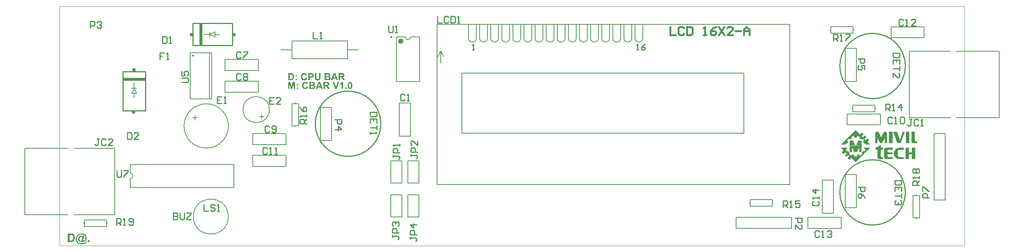
<source format=gto>
%FSLAX24Y24*%
%MOIN*%
G70*
G01*
G75*
G04 Layer_Color=65535*
%ADD10C,0.0787*%
%ADD11C,0.0197*%
%ADD12C,0.0276*%
%ADD13C,0.0394*%
%ADD14C,0.0472*%
%ADD15C,0.0315*%
%ADD16C,0.0551*%
%ADD17C,0.2362*%
%ADD18C,0.0650*%
%ADD19C,0.0591*%
%ADD20R,0.0591X0.0591*%
%ADD21R,0.0591X0.0591*%
%ADD22C,0.1161*%
%ADD23C,0.0630*%
%ADD24C,0.0591*%
%ADD25R,0.0591X0.0591*%
%ADD26R,0.0630X0.0630*%
%ADD27C,0.0630*%
%ADD28C,0.1181*%
%ADD29R,0.1181X0.1181*%
%ADD30C,0.0669*%
%ADD31R,0.0669X0.0669*%
%ADD32O,0.0984X0.0551*%
%ADD33R,0.0984X0.0551*%
%ADD34O,0.1400X0.0900*%
%ADD35O,0.0900X0.1400*%
%ADD36O,0.1969X0.1378*%
%ADD37C,0.1969*%
%ADD38O,0.0600X0.1200*%
G04:AMPARAMS|DCode=39|XSize=120mil|YSize=60mil|CornerRadius=0mil|HoleSize=0mil|Usage=FLASHONLY|Rotation=90.000|XOffset=0mil|YOffset=0mil|HoleType=Round|Shape=Octagon|*
%AMOCTAGOND39*
4,1,8,0.0150,0.0600,-0.0150,0.0600,-0.0300,0.0450,-0.0300,-0.0450,-0.0150,-0.0600,0.0150,-0.0600,0.0300,-0.0450,0.0300,0.0450,0.0150,0.0600,0.0*
%
%ADD39OCTAGOND39*%

%ADD40C,0.0787*%
%ADD41C,0.0600*%
%ADD42R,0.0591X0.0591*%
%ADD43C,0.0620*%
%ADD44C,0.0500*%
%ADD45C,0.0100*%
%ADD46C,0.0236*%
%ADD47C,0.0098*%
%ADD48C,0.0079*%
%ADD49C,0.0050*%
%ADD50C,0.0039*%
%ADD51C,0.0060*%
%ADD52C,0.0150*%
%ADD53R,0.0300X0.2008*%
%ADD54R,0.0252X0.0300*%
%ADD55R,0.0219X0.0300*%
%ADD56R,0.2008X0.0300*%
%ADD57R,0.0300X0.0252*%
%ADD58R,0.0300X0.0219*%
G36*
X26171Y14806D02*
X26179Y14805D01*
X26187Y14803D01*
X26197Y14801D01*
X26208Y14798D01*
X26219Y14795D01*
X26231Y14790D01*
X26243Y14785D01*
X26255Y14779D01*
X26266Y14771D01*
X26278Y14762D01*
X26288Y14752D01*
X26299Y14740D01*
X26300Y14739D01*
X26302Y14736D01*
X26305Y14732D01*
X26309Y14726D01*
X26313Y14717D01*
X26318Y14707D01*
X26324Y14694D01*
X26330Y14680D01*
X26335Y14662D01*
X26341Y14644D01*
X26346Y14623D01*
X26351Y14600D01*
X26355Y14574D01*
X26358Y14546D01*
X26359Y14516D01*
X26360Y14484D01*
Y14483D01*
Y14482D01*
Y14476D01*
Y14466D01*
X26359Y14455D01*
X26358Y14439D01*
X26358Y14423D01*
X26356Y14404D01*
X26353Y14384D01*
X26345Y14341D01*
X26340Y14320D01*
X26334Y14299D01*
X26327Y14279D01*
X26318Y14260D01*
X26309Y14241D01*
X26298Y14226D01*
X26297Y14225D01*
X26296Y14223D01*
X26293Y14220D01*
X26288Y14216D01*
X26284Y14211D01*
X26277Y14206D01*
X26270Y14200D01*
X26261Y14194D01*
X26252Y14188D01*
X26241Y14182D01*
X26229Y14177D01*
X26216Y14172D01*
X26203Y14167D01*
X26188Y14165D01*
X26172Y14163D01*
X26156Y14162D01*
X26152D01*
X26147Y14163D01*
X26140D01*
X26133Y14164D01*
X26124Y14166D01*
X26113Y14167D01*
X26103Y14170D01*
X26091Y14174D01*
X26079Y14179D01*
X26066Y14185D01*
X26054Y14191D01*
X26041Y14199D01*
X26030Y14209D01*
X26017Y14219D01*
X26007Y14232D01*
X26006Y14233D01*
X26005Y14236D01*
X26002Y14240D01*
X25998Y14246D01*
X25994Y14254D01*
X25989Y14264D01*
X25984Y14276D01*
X25979Y14290D01*
X25974Y14307D01*
X25968Y14325D01*
X25963Y14345D01*
X25960Y14368D01*
X25956Y14394D01*
X25954Y14421D01*
X25952Y14452D01*
X25951Y14485D01*
Y14486D01*
Y14487D01*
Y14492D01*
Y14502D01*
X25952Y14513D01*
X25953Y14529D01*
X25954Y14545D01*
X25956Y14563D01*
X25959Y14584D01*
X25966Y14626D01*
X25971Y14647D01*
X25977Y14668D01*
X25984Y14688D01*
X25992Y14708D01*
X26002Y14726D01*
X26013Y14741D01*
X26013Y14742D01*
X26014Y14744D01*
X26018Y14747D01*
X26022Y14752D01*
X26027Y14757D01*
X26034Y14762D01*
X26041Y14768D01*
X26050Y14774D01*
X26060Y14780D01*
X26070Y14786D01*
X26082Y14791D01*
X26094Y14796D01*
X26109Y14801D01*
X26123Y14804D01*
X26139Y14806D01*
X26156Y14807D01*
X26164D01*
X26171Y14806D01*
D02*
G37*
G36*
X21470Y14173D02*
X21349D01*
Y14294D01*
X21470D01*
Y14173D01*
D02*
G37*
G36*
X21370Y15297D02*
X21249D01*
Y15418D01*
X21370D01*
Y15297D01*
D02*
G37*
G36*
X22056Y15602D02*
X22066Y15601D01*
X22077Y15599D01*
X22090Y15597D01*
X22103Y15594D01*
X22119Y15590D01*
X22133Y15585D01*
X22149Y15580D01*
X22165Y15574D01*
X22180Y15565D01*
X22195Y15556D01*
X22210Y15546D01*
X22224Y15533D01*
X22225D01*
X22226Y15531D01*
X22231Y15526D01*
X22239Y15517D01*
X22248Y15504D01*
X22259Y15487D01*
X22270Y15468D01*
X22281Y15445D01*
X22290Y15418D01*
X22164Y15388D01*
Y15389D01*
X22163Y15390D01*
X22162Y15396D01*
X22158Y15405D01*
X22153Y15416D01*
X22147Y15429D01*
X22139Y15441D01*
X22129Y15454D01*
X22117Y15465D01*
X22115Y15466D01*
X22110Y15470D01*
X22103Y15475D01*
X22093Y15480D01*
X22080Y15485D01*
X22065Y15489D01*
X22048Y15493D01*
X22030Y15494D01*
X22023D01*
X22019Y15493D01*
X22013Y15492D01*
X22006Y15491D01*
X21990Y15487D01*
X21972Y15481D01*
X21952Y15473D01*
X21944Y15467D01*
X21934Y15460D01*
X21925Y15452D01*
X21917Y15443D01*
Y15442D01*
X21915Y15441D01*
X21913Y15437D01*
X21910Y15433D01*
X21907Y15428D01*
X21903Y15421D01*
X21899Y15413D01*
X21896Y15404D01*
X21891Y15393D01*
X21887Y15382D01*
X21883Y15368D01*
X21880Y15353D01*
X21877Y15337D01*
X21875Y15319D01*
X21874Y15300D01*
X21873Y15280D01*
Y15279D01*
Y15275D01*
Y15268D01*
X21874Y15260D01*
Y15250D01*
X21875Y15239D01*
X21877Y15227D01*
X21879Y15213D01*
X21884Y15186D01*
X21892Y15157D01*
X21897Y15143D01*
X21902Y15131D01*
X21908Y15119D01*
X21916Y15109D01*
X21917Y15108D01*
X21918Y15107D01*
X21923Y15101D01*
X21933Y15093D01*
X21946Y15084D01*
X21962Y15074D01*
X21981Y15066D01*
X22003Y15061D01*
X22015Y15060D01*
X22027Y15059D01*
X22032D01*
X22036Y15060D01*
X22046Y15061D01*
X22057Y15063D01*
X22071Y15066D01*
X22086Y15072D01*
X22100Y15080D01*
X22115Y15090D01*
X22117Y15092D01*
X22120Y15096D01*
X22127Y15105D01*
X22135Y15115D01*
X22144Y15130D01*
X22152Y15148D01*
X22161Y15168D01*
X22168Y15193D01*
X22292Y15155D01*
Y15154D01*
X22291Y15150D01*
X22289Y15145D01*
X22286Y15137D01*
X22283Y15129D01*
X22279Y15119D01*
X22274Y15108D01*
X22268Y15096D01*
X22256Y15071D01*
X22240Y15045D01*
X22219Y15021D01*
X22209Y15010D01*
X22196Y15000D01*
X22195Y14999D01*
X22194Y14998D01*
X22190Y14995D01*
X22185Y14992D01*
X22178Y14988D01*
X22170Y14985D01*
X22161Y14980D01*
X22150Y14975D01*
X22139Y14970D01*
X22126Y14965D01*
X22113Y14962D01*
X22098Y14958D01*
X22082Y14955D01*
X22066Y14952D01*
X22047Y14951D01*
X22029Y14950D01*
X22023D01*
X22017Y14951D01*
X22008D01*
X21997Y14953D01*
X21985Y14955D01*
X21972Y14957D01*
X21956Y14961D01*
X21940Y14965D01*
X21923Y14971D01*
X21906Y14978D01*
X21889Y14987D01*
X21872Y14996D01*
X21854Y15008D01*
X21838Y15020D01*
X21823Y15036D01*
X21822Y15037D01*
X21819Y15039D01*
X21815Y15044D01*
X21810Y15051D01*
X21804Y15060D01*
X21797Y15070D01*
X21790Y15083D01*
X21782Y15097D01*
X21774Y15112D01*
X21768Y15131D01*
X21761Y15150D01*
X21754Y15171D01*
X21750Y15193D01*
X21746Y15217D01*
X21743Y15243D01*
X21742Y15270D01*
Y15272D01*
Y15277D01*
X21743Y15285D01*
Y15296D01*
X21745Y15309D01*
X21746Y15325D01*
X21749Y15341D01*
X21752Y15359D01*
X21756Y15380D01*
X21762Y15399D01*
X21768Y15420D01*
X21775Y15440D01*
X21785Y15460D01*
X21796Y15480D01*
X21808Y15498D01*
X21823Y15515D01*
X21824Y15516D01*
X21826Y15519D01*
X21831Y15523D01*
X21837Y15529D01*
X21846Y15535D01*
X21855Y15543D01*
X21867Y15551D01*
X21880Y15559D01*
X21895Y15567D01*
X21911Y15575D01*
X21928Y15582D01*
X21947Y15589D01*
X21968Y15595D01*
X21990Y15599D01*
X22013Y15602D01*
X22037Y15603D01*
X22048D01*
X22056Y15602D01*
D02*
G37*
G36*
X22795Y14804D02*
X22813Y14803D01*
X22832Y14802D01*
X22849Y14800D01*
X22864Y14798D01*
X22866D01*
X22871Y14797D01*
X22878Y14795D01*
X22886Y14792D01*
X22897Y14789D01*
X22908Y14784D01*
X22919Y14779D01*
X22931Y14772D01*
X22932Y14771D01*
X22935Y14768D01*
X22941Y14764D01*
X22948Y14758D01*
X22955Y14750D01*
X22963Y14741D01*
X22971Y14731D01*
X22979Y14719D01*
X22980Y14717D01*
X22982Y14713D01*
X22985Y14707D01*
X22989Y14698D01*
X22992Y14686D01*
X22996Y14674D01*
X22998Y14660D01*
X22999Y14645D01*
Y14643D01*
Y14637D01*
X22998Y14629D01*
X22996Y14618D01*
X22993Y14606D01*
X22988Y14592D01*
X22982Y14578D01*
X22975Y14563D01*
X22974Y14561D01*
X22970Y14558D01*
X22965Y14551D01*
X22957Y14543D01*
X22948Y14534D01*
X22937Y14525D01*
X22924Y14516D01*
X22909Y14509D01*
X22910D01*
X22912Y14508D01*
X22915Y14507D01*
X22919Y14506D01*
X22930Y14501D01*
X22942Y14495D01*
X22957Y14487D01*
X22971Y14478D01*
X22985Y14465D01*
X22998Y14451D01*
X22999Y14449D01*
X23003Y14444D01*
X23007Y14436D01*
X23014Y14424D01*
X23020Y14410D01*
X23025Y14394D01*
X23029Y14376D01*
X23030Y14356D01*
Y14354D01*
Y14348D01*
X23029Y14340D01*
X23027Y14329D01*
X23025Y14316D01*
X23021Y14302D01*
X23016Y14288D01*
X23009Y14272D01*
X23008Y14270D01*
X23006Y14265D01*
X23001Y14258D01*
X22995Y14249D01*
X22987Y14239D01*
X22978Y14228D01*
X22967Y14216D01*
X22955Y14207D01*
X22953Y14206D01*
X22949Y14203D01*
X22941Y14199D01*
X22931Y14194D01*
X22918Y14189D01*
X22904Y14184D01*
X22887Y14180D01*
X22869Y14177D01*
X22865D01*
X22862Y14176D01*
X22853D01*
X22846Y14175D01*
X22829D01*
X22817Y14174D01*
X22791D01*
X22775Y14173D01*
X22501D01*
Y14805D01*
X22779D01*
X22795Y14804D01*
D02*
G37*
G36*
X25526Y14173D02*
X25405D01*
Y14629D01*
X25404Y14628D01*
X25402Y14626D01*
X25398Y14623D01*
X25394Y14618D01*
X25387Y14613D01*
X25379Y14608D01*
X25371Y14601D01*
X25360Y14594D01*
X25349Y14586D01*
X25337Y14579D01*
X25311Y14564D01*
X25281Y14550D01*
X25249Y14537D01*
Y14647D01*
X25249D01*
X25250Y14648D01*
X25253Y14649D01*
X25257Y14650D01*
X25267Y14654D01*
X25279Y14660D01*
X25295Y14668D01*
X25312Y14679D01*
X25331Y14690D01*
X25351Y14706D01*
X25352Y14707D01*
X25354Y14708D01*
X25357Y14710D01*
X25360Y14713D01*
X25370Y14722D01*
X25382Y14734D01*
X25395Y14749D01*
X25407Y14766D01*
X25419Y14785D01*
X25427Y14807D01*
X25526D01*
Y14173D01*
D02*
G37*
G36*
X25852D02*
X25731D01*
Y14294D01*
X25852D01*
Y14173D01*
D02*
G37*
G36*
X23706D02*
X23568D01*
X23514Y14316D01*
X23259D01*
X23207Y14173D01*
X23073D01*
X23318Y14805D01*
X23452D01*
X23706Y14173D01*
D02*
G37*
G36*
X24065Y14804D02*
X24085D01*
X24095Y14803D01*
X24119Y14801D01*
X24143Y14797D01*
X24166Y14793D01*
X24177Y14790D01*
X24186Y14787D01*
X24187D01*
X24188Y14786D01*
X24193Y14784D01*
X24202Y14780D01*
X24213Y14773D01*
X24224Y14764D01*
X24237Y14754D01*
X24248Y14741D01*
X24260Y14726D01*
X24261Y14724D01*
X24264Y14718D01*
X24268Y14709D01*
X24274Y14697D01*
X24279Y14683D01*
X24284Y14666D01*
X24287Y14647D01*
X24288Y14627D01*
Y14626D01*
Y14624D01*
Y14620D01*
X24287Y14615D01*
Y14609D01*
X24286Y14602D01*
X24283Y14585D01*
X24277Y14567D01*
X24269Y14547D01*
X24260Y14528D01*
X24253Y14518D01*
X24245Y14510D01*
Y14509D01*
X24243Y14508D01*
X24240Y14506D01*
X24238Y14502D01*
X24233Y14499D01*
X24228Y14494D01*
X24221Y14489D01*
X24214Y14485D01*
X24206Y14480D01*
X24197Y14475D01*
X24187Y14470D01*
X24175Y14465D01*
X24164Y14461D01*
X24150Y14457D01*
X24137Y14454D01*
X24121Y14451D01*
X24122D01*
X24123Y14450D01*
X24128Y14447D01*
X24136Y14442D01*
X24145Y14436D01*
X24156Y14428D01*
X24167Y14418D01*
X24179Y14409D01*
X24189Y14398D01*
X24190Y14397D01*
X24194Y14392D01*
X24200Y14386D01*
X24209Y14375D01*
X24219Y14361D01*
X24231Y14343D01*
X24239Y14333D01*
X24245Y14321D01*
X24253Y14310D01*
X24262Y14296D01*
X24338Y14173D01*
X24186D01*
X24095Y14310D01*
X24094Y14311D01*
X24093Y14313D01*
X24091Y14316D01*
X24088Y14321D01*
X24084Y14328D01*
X24079Y14334D01*
X24068Y14349D01*
X24058Y14365D01*
X24046Y14380D01*
X24036Y14393D01*
X24032Y14399D01*
X24028Y14403D01*
X24027Y14404D01*
X24025Y14406D01*
X24021Y14410D01*
X24017Y14413D01*
X24004Y14422D01*
X23997Y14426D01*
X23990Y14429D01*
X23989D01*
X23986Y14430D01*
X23981Y14432D01*
X23974Y14433D01*
X23966Y14435D01*
X23955Y14436D01*
X23942Y14437D01*
X23901D01*
Y14173D01*
X23773D01*
Y14805D01*
X24056D01*
X24065Y14804D01*
D02*
G37*
G36*
X23491Y15259D02*
Y15259D01*
Y15255D01*
Y15249D01*
Y15241D01*
Y15232D01*
X23490Y15221D01*
Y15210D01*
Y15197D01*
X23488Y15170D01*
X23486Y15144D01*
X23485Y15132D01*
X23484Y15119D01*
X23482Y15109D01*
X23480Y15099D01*
Y15098D01*
Y15097D01*
X23478Y15091D01*
X23475Y15083D01*
X23472Y15071D01*
X23466Y15059D01*
X23460Y15045D01*
X23451Y15032D01*
X23442Y15019D01*
X23441Y15018D01*
X23437Y15013D01*
X23430Y15008D01*
X23423Y15001D01*
X23411Y14992D01*
X23399Y14984D01*
X23384Y14975D01*
X23368Y14967D01*
X23367D01*
X23366Y14966D01*
X23363Y14965D01*
X23359Y14964D01*
X23355Y14964D01*
X23350Y14962D01*
X23335Y14959D01*
X23318Y14955D01*
X23298Y14952D01*
X23274Y14950D01*
X23247Y14949D01*
X23232D01*
X23225Y14950D01*
X23216D01*
X23196Y14952D01*
X23174Y14954D01*
X23152Y14958D01*
X23130Y14963D01*
X23120Y14965D01*
X23110Y14969D01*
X23109D01*
X23108Y14970D01*
X23103Y14973D01*
X23094Y14978D01*
X23083Y14984D01*
X23072Y14992D01*
X23059Y15001D01*
X23048Y15013D01*
X23036Y15024D01*
X23035Y15026D01*
X23032Y15030D01*
X23028Y15037D01*
X23022Y15045D01*
X23016Y15056D01*
X23010Y15068D01*
X23005Y15081D01*
X23001Y15094D01*
Y15095D01*
Y15097D01*
X23000Y15100D01*
X22999Y15105D01*
X22998Y15110D01*
X22997Y15117D01*
X22996Y15125D01*
X22995Y15135D01*
X22994Y15145D01*
X22993Y15157D01*
X22992Y15170D01*
X22991Y15185D01*
X22990Y15200D01*
Y15217D01*
X22989Y15235D01*
Y15255D01*
Y15592D01*
X23117D01*
Y15249D01*
Y15248D01*
Y15245D01*
Y15241D01*
Y15235D01*
Y15230D01*
Y15222D01*
X23118Y15205D01*
Y15187D01*
X23119Y15170D01*
X23120Y15155D01*
Y15148D01*
X23121Y15143D01*
Y15141D01*
X23123Y15136D01*
X23126Y15130D01*
X23129Y15121D01*
X23134Y15111D01*
X23141Y15100D01*
X23149Y15090D01*
X23159Y15081D01*
X23161Y15080D01*
X23165Y15077D01*
X23172Y15073D01*
X23181Y15069D01*
X23193Y15065D01*
X23207Y15062D01*
X23225Y15059D01*
X23243Y15058D01*
X23252D01*
X23261Y15059D01*
X23274Y15061D01*
X23286Y15063D01*
X23300Y15067D01*
X23312Y15072D01*
X23324Y15080D01*
X23325Y15081D01*
X23328Y15084D01*
X23333Y15088D01*
X23338Y15095D01*
X23344Y15103D01*
X23350Y15112D01*
X23354Y15122D01*
X23357Y15134D01*
Y15136D01*
X23358Y15140D01*
X23359Y15148D01*
X23360Y15160D01*
X23361Y15174D01*
X23362Y15193D01*
Y15204D01*
X23363Y15215D01*
Y15228D01*
Y15241D01*
Y15592D01*
X23491D01*
Y15259D01*
D02*
G37*
G36*
X2015Y1125D02*
X2027D01*
X2039Y1123D01*
X2054Y1121D01*
X2072Y1120D01*
X2089Y1116D01*
X2107Y1113D01*
X2147Y1104D01*
X2186Y1092D01*
X2205Y1084D01*
X2225Y1075D01*
X2226D01*
X2230Y1073D01*
X2234Y1069D01*
X2242Y1066D01*
X2250Y1060D01*
X2260Y1054D01*
X2283Y1038D01*
X2307Y1017D01*
X2333Y993D01*
X2358Y964D01*
X2380Y931D01*
X2381Y930D01*
X2382Y926D01*
X2384Y922D01*
X2388Y915D01*
X2392Y905D01*
X2397Y895D01*
X2401Y884D01*
X2407Y871D01*
X2412Y856D01*
X2416Y840D01*
X2426Y805D01*
X2431Y767D01*
X2434Y747D01*
Y727D01*
Y726D01*
Y721D01*
Y714D01*
X2433Y705D01*
X2431Y693D01*
X2429Y679D01*
X2427Y664D01*
X2423Y647D01*
X2419Y629D01*
X2414Y610D01*
X2407Y591D01*
X2399Y570D01*
X2390Y549D01*
X2378Y528D01*
X2367Y509D01*
X2352Y488D01*
X2351Y487D01*
X2347Y482D01*
X2341Y475D01*
X2333Y467D01*
X2323Y457D01*
X2312Y445D01*
X2298Y434D01*
X2282Y421D01*
X2263Y409D01*
X2243Y397D01*
X2223Y385D01*
X2200Y375D01*
X2174Y367D01*
X2148Y360D01*
X2120Y355D01*
X2091Y354D01*
X2084D01*
X2076Y355D01*
X2067Y357D01*
X2046Y361D01*
X2036Y365D01*
X2027Y369D01*
X2026Y370D01*
X2023Y372D01*
X2020Y375D01*
X2015Y381D01*
X2011Y387D01*
X2005Y395D01*
X2001Y403D01*
X1998Y413D01*
X1997Y412D01*
X1996Y411D01*
X1992Y407D01*
X1988Y404D01*
X1982Y399D01*
X1975Y395D01*
X1958Y384D01*
X1937Y373D01*
X1913Y364D01*
X1886Y357D01*
X1872Y355D01*
X1857Y354D01*
X1849D01*
X1843Y355D01*
X1835Y357D01*
X1827Y358D01*
X1808Y361D01*
X1785Y368D01*
X1762Y380D01*
X1750Y385D01*
X1737Y394D01*
X1726Y403D01*
X1715Y413D01*
X1714Y414D01*
X1713Y415D01*
X1711Y419D01*
X1706Y424D01*
X1703Y429D01*
X1698Y437D01*
X1692Y445D01*
X1688Y455D01*
X1677Y478D01*
X1668Y504D01*
X1661Y535D01*
X1660Y551D01*
X1659Y570D01*
Y571D01*
Y576D01*
Y581D01*
X1660Y591D01*
X1661Y601D01*
X1662Y614D01*
X1665Y628D01*
X1667Y643D01*
X1672Y660D01*
X1675Y677D01*
X1681Y696D01*
X1688Y714D01*
X1696Y734D01*
X1705Y753D01*
X1715Y773D01*
X1727Y791D01*
X1728Y792D01*
X1730Y797D01*
X1735Y803D01*
X1742Y811D01*
X1750Y820D01*
X1759Y831D01*
X1771Y841D01*
X1785Y852D01*
X1798Y864D01*
X1815Y874D01*
X1832Y885D01*
X1850Y894D01*
X1871Y902D01*
X1892Y908D01*
X1915Y912D01*
X1938Y914D01*
X1947D01*
X1953Y912D01*
X1961Y911D01*
X1969Y910D01*
X1990Y904D01*
X2012Y896D01*
X2023Y890D01*
X2035Y884D01*
X2045Y875D01*
X2056Y865D01*
X2065Y855D01*
X2074Y842D01*
X2087Y901D01*
X2223D01*
X2145Y530D01*
Y528D01*
X2144Y524D01*
X2143Y518D01*
X2142Y511D01*
X2140Y496D01*
X2139Y489D01*
Y485D01*
Y482D01*
X2140Y478D01*
X2141Y471D01*
X2144Y465D01*
X2145Y464D01*
X2148Y463D01*
X2152Y460D01*
X2158Y459D01*
X2163D01*
X2167Y460D01*
X2175Y463D01*
X2185Y466D01*
X2195Y472D01*
X2208Y479D01*
X2222Y489D01*
X2223D01*
X2224Y492D01*
X2231Y496D01*
X2240Y505D01*
X2253Y517D01*
X2265Y532D01*
X2280Y550D01*
X2294Y571D01*
X2307Y594D01*
Y595D01*
X2308Y598D01*
X2310Y601D01*
X2313Y606D01*
X2315Y611D01*
X2317Y620D01*
X2324Y637D01*
X2330Y658D01*
X2336Y681D01*
X2339Y705D01*
X2340Y731D01*
Y733D01*
Y737D01*
Y744D01*
X2339Y753D01*
X2338Y764D01*
X2336Y776D01*
X2332Y790D01*
X2329Y806D01*
X2324Y822D01*
X2318Y840D01*
X2310Y857D01*
X2301Y875D01*
X2291Y893D01*
X2278Y911D01*
X2264Y929D01*
X2248Y945D01*
X2247Y946D01*
X2243Y948D01*
X2239Y953D01*
X2231Y958D01*
X2222Y964D01*
X2210Y972D01*
X2197Y980D01*
X2181Y988D01*
X2164Y997D01*
X2144Y1003D01*
X2124Y1012D01*
X2101Y1017D01*
X2076Y1023D01*
X2050Y1028D01*
X2021Y1030D01*
X1991Y1031D01*
X1977D01*
X1968Y1030D01*
X1955D01*
X1941Y1028D01*
X1926Y1027D01*
X1909Y1024D01*
X1872Y1017D01*
X1832Y1007D01*
X1812Y1000D01*
X1792Y993D01*
X1772Y984D01*
X1753Y973D01*
X1752Y972D01*
X1749Y971D01*
X1744Y968D01*
X1737Y963D01*
X1729Y957D01*
X1720Y949D01*
X1710Y941D01*
X1699Y932D01*
X1688Y920D01*
X1675Y909D01*
X1664Y895D01*
X1651Y881D01*
X1628Y849D01*
X1607Y812D01*
Y811D01*
X1605Y807D01*
X1602Y802D01*
X1599Y794D01*
X1595Y784D01*
X1592Y773D01*
X1587Y760D01*
X1583Y746D01*
X1578Y730D01*
X1574Y714D01*
X1567Y677D01*
X1561Y638D01*
X1559Y596D01*
Y595D01*
Y592D01*
Y586D01*
X1560Y578D01*
Y569D01*
X1562Y557D01*
X1563Y545D01*
X1566Y531D01*
X1572Y500D01*
X1582Y466D01*
X1595Y433D01*
X1604Y415D01*
X1613Y398D01*
X1614Y397D01*
X1615Y395D01*
X1619Y390D01*
X1623Y383D01*
X1629Y376D01*
X1636Y368D01*
X1644Y359D01*
X1653Y349D01*
X1664Y338D01*
X1675Y328D01*
X1702Y306D01*
X1733Y285D01*
X1767Y268D01*
X1768D01*
X1772Y266D01*
X1778Y264D01*
X1785Y261D01*
X1794Y259D01*
X1805Y255D01*
X1818Y251D01*
X1833Y247D01*
X1849Y244D01*
X1866Y239D01*
X1885Y236D01*
X1904Y233D01*
X1948Y229D01*
X1994Y226D01*
X2006D01*
X2015Y227D01*
X2026D01*
X2038Y229D01*
X2052Y230D01*
X2067Y231D01*
X2101Y234D01*
X2136Y241D01*
X2172Y249D01*
X2207Y261D01*
X2208D01*
X2210Y262D01*
X2215Y264D01*
X2222Y268D01*
X2228Y271D01*
X2238Y276D01*
X2258Y287D01*
X2280Y301D01*
X2305Y320D01*
X2329Y340D01*
X2351Y365D01*
X2461D01*
Y364D01*
X2459Y360D01*
X2456Y354D01*
X2452Y347D01*
X2446Y338D01*
X2439Y329D01*
X2431Y317D01*
X2422Y305D01*
X2412Y292D01*
X2400Y278D01*
X2386Y266D01*
X2373Y252D01*
X2356Y238D01*
X2340Y225D01*
X2322Y213D01*
X2302Y201D01*
X2301Y200D01*
X2297Y198D01*
X2290Y194D01*
X2280Y191D01*
X2269Y185D01*
X2254Y179D01*
X2238Y173D01*
X2219Y166D01*
X2199Y159D01*
X2175Y154D01*
X2151Y148D01*
X2125Y142D01*
X2097Y139D01*
X2067Y135D01*
X2036Y133D01*
X2004Y132D01*
X1988D01*
X1975Y133D01*
X1960Y134D01*
X1944Y135D01*
X1924Y136D01*
X1903Y139D01*
X1880Y142D01*
X1856Y146D01*
X1808Y156D01*
X1782Y163D01*
X1757Y171D01*
X1733Y179D01*
X1708Y189D01*
X1707Y191D01*
X1703Y192D01*
X1697Y195D01*
X1689Y200D01*
X1679Y207D01*
X1666Y214D01*
X1653Y222D01*
X1639Y232D01*
X1624Y244D01*
X1609Y256D01*
X1594Y270D01*
X1579Y285D01*
X1564Y301D01*
X1551Y320D01*
X1537Y338D01*
X1525Y359D01*
X1524Y360D01*
X1523Y364D01*
X1519Y370D01*
X1516Y379D01*
X1511Y389D01*
X1507Y402D01*
X1501Y415D01*
X1495Y432D01*
X1489Y449D01*
X1484Y467D01*
X1479Y488D01*
X1474Y509D01*
X1468Y555D01*
X1466Y579D01*
X1465Y603D01*
Y605D01*
Y610D01*
Y617D01*
X1466Y628D01*
X1468Y641D01*
X1469Y656D01*
X1471Y673D01*
X1473Y692D01*
X1478Y712D01*
X1481Y734D01*
X1487Y756D01*
X1494Y779D01*
X1502Y803D01*
X1511Y827D01*
X1522Y850D01*
X1533Y874D01*
X1534Y875D01*
X1537Y880D01*
X1540Y886D01*
X1546Y895D01*
X1553Y905D01*
X1561Y917D01*
X1571Y931D01*
X1583Y945D01*
X1595Y960D01*
X1609Y976D01*
X1625Y991D01*
X1642Y1007D01*
X1660Y1022D01*
X1679Y1037D01*
X1699Y1050D01*
X1721Y1062D01*
X1722Y1063D01*
X1727Y1065D01*
X1733Y1068D01*
X1742Y1073D01*
X1753Y1077D01*
X1767Y1082D01*
X1782Y1088D01*
X1800Y1095D01*
X1819Y1100D01*
X1840Y1106D01*
X1862Y1111D01*
X1886Y1115D01*
X1911Y1120D01*
X1938Y1123D01*
X1964Y1125D01*
X1993Y1126D01*
X2006D01*
X2015Y1125D01*
D02*
G37*
G36*
X20849Y15591D02*
X20866Y15590D01*
X20887Y15589D01*
X20906Y15587D01*
X20925Y15583D01*
X20942Y15580D01*
X20943D01*
X20945Y15579D01*
X20948Y15578D01*
X20952Y15577D01*
X20961Y15572D01*
X20975Y15566D01*
X20989Y15558D01*
X21005Y15548D01*
X21021Y15535D01*
X21036Y15521D01*
X21037D01*
X21038Y15519D01*
X21043Y15513D01*
X21050Y15505D01*
X21060Y15493D01*
X21069Y15478D01*
X21079Y15460D01*
X21088Y15441D01*
X21097Y15419D01*
Y15418D01*
X21098Y15416D01*
X21099Y15413D01*
X21100Y15408D01*
X21102Y15403D01*
X21104Y15395D01*
X21106Y15387D01*
X21108Y15378D01*
X21109Y15367D01*
X21111Y15357D01*
X21115Y15331D01*
X21117Y15302D01*
X21118Y15270D01*
Y15269D01*
Y15266D01*
Y15262D01*
Y15257D01*
X21117Y15250D01*
Y15242D01*
X21115Y15224D01*
X21113Y15203D01*
X21109Y15181D01*
X21105Y15158D01*
X21098Y15136D01*
Y15135D01*
X21097Y15133D01*
X21096Y15129D01*
X21094Y15124D01*
X21091Y15118D01*
X21088Y15112D01*
X21081Y15096D01*
X21071Y15078D01*
X21060Y15060D01*
X21046Y15041D01*
X21031Y15024D01*
X21029Y15023D01*
X21025Y15018D01*
X21017Y15013D01*
X21008Y15006D01*
X20994Y14997D01*
X20979Y14988D01*
X20961Y14981D01*
X20941Y14973D01*
X20939Y14972D01*
X20934Y14971D01*
X20925Y14969D01*
X20912Y14967D01*
X20896Y14964D01*
X20877Y14963D01*
X20854Y14962D01*
X20829Y14961D01*
X20591D01*
Y15592D01*
X20841D01*
X20849Y15591D01*
D02*
G37*
G36*
X1058Y1111D02*
X1079Y1110D01*
X1103Y1108D01*
X1126Y1106D01*
X1149Y1101D01*
X1170Y1097D01*
X1171D01*
X1173Y1096D01*
X1177Y1095D01*
X1182Y1093D01*
X1193Y1088D01*
X1209Y1081D01*
X1227Y1072D01*
X1245Y1059D01*
X1265Y1044D01*
X1283Y1027D01*
X1284D01*
X1285Y1024D01*
X1291Y1017D01*
X1299Y1007D01*
X1311Y993D01*
X1322Y975D01*
X1334Y954D01*
X1345Y931D01*
X1356Y904D01*
Y903D01*
X1357Y901D01*
X1358Y897D01*
X1359Y892D01*
X1361Y885D01*
X1364Y875D01*
X1366Y866D01*
X1368Y855D01*
X1371Y842D01*
X1373Y829D01*
X1378Y798D01*
X1380Y764D01*
X1381Y726D01*
Y724D01*
Y721D01*
Y716D01*
Y709D01*
X1380Y701D01*
Y692D01*
X1378Y670D01*
X1375Y645D01*
X1371Y618D01*
X1365Y591D01*
X1357Y564D01*
Y563D01*
X1356Y561D01*
X1355Y556D01*
X1352Y550D01*
X1349Y543D01*
X1345Y535D01*
X1336Y517D01*
X1325Y495D01*
X1311Y473D01*
X1295Y451D01*
X1276Y430D01*
X1274Y429D01*
X1269Y424D01*
X1260Y417D01*
X1248Y409D01*
X1232Y398D01*
X1214Y388D01*
X1193Y379D01*
X1169Y369D01*
X1167Y368D01*
X1160Y367D01*
X1149Y365D01*
X1133Y362D01*
X1115Y359D01*
X1092Y357D01*
X1064Y355D01*
X1034Y354D01*
X748D01*
Y1112D01*
X1049D01*
X1058Y1111D01*
D02*
G37*
G36*
X2685Y354D02*
X2540D01*
Y500D01*
X2685D01*
Y354D01*
D02*
G37*
G36*
X21370Y14961D02*
X21249D01*
Y15082D01*
X21370D01*
Y14961D01*
D02*
G37*
G36*
X25076D02*
X24937D01*
X24883Y15104D01*
X24629D01*
X24577Y14961D01*
X24442D01*
X24687Y15592D01*
X24822D01*
X25076Y14961D01*
D02*
G37*
G36*
X25434Y15591D02*
X25454D01*
X25465Y15590D01*
X25489Y15588D01*
X25513Y15584D01*
X25536Y15580D01*
X25546Y15578D01*
X25555Y15575D01*
X25556D01*
X25557Y15574D01*
X25563Y15572D01*
X25571Y15567D01*
X25582Y15560D01*
X25594Y15552D01*
X25606Y15541D01*
X25618Y15529D01*
X25629Y15513D01*
X25630Y15511D01*
X25634Y15506D01*
X25638Y15497D01*
X25643Y15484D01*
X25648Y15470D01*
X25653Y15454D01*
X25656Y15434D01*
X25657Y15414D01*
Y15413D01*
Y15411D01*
Y15408D01*
X25656Y15403D01*
Y15396D01*
X25655Y15389D01*
X25652Y15373D01*
X25646Y15355D01*
X25639Y15334D01*
X25629Y15315D01*
X25622Y15306D01*
X25615Y15297D01*
Y15296D01*
X25613Y15295D01*
X25610Y15293D01*
X25607Y15289D01*
X25602Y15286D01*
X25597Y15282D01*
X25591Y15277D01*
X25584Y15272D01*
X25575Y15267D01*
X25567Y15262D01*
X25556Y15258D01*
X25545Y15253D01*
X25533Y15248D01*
X25520Y15244D01*
X25506Y15241D01*
X25491Y15238D01*
X25492D01*
X25493Y15237D01*
X25497Y15235D01*
X25505Y15230D01*
X25515Y15223D01*
X25525Y15215D01*
X25537Y15206D01*
X25548Y15196D01*
X25559Y15186D01*
X25560Y15185D01*
X25564Y15180D01*
X25569Y15173D01*
X25578Y15162D01*
X25589Y15148D01*
X25600Y15131D01*
X25608Y15120D01*
X25615Y15109D01*
X25622Y15097D01*
X25631Y15084D01*
X25708Y14961D01*
X25555D01*
X25465Y15097D01*
X25464Y15098D01*
X25463Y15100D01*
X25460Y15104D01*
X25457Y15109D01*
X25453Y15115D01*
X25448Y15121D01*
X25438Y15136D01*
X25427Y15153D01*
X25416Y15167D01*
X25405Y15181D01*
X25401Y15186D01*
X25397Y15190D01*
X25397Y15191D01*
X25395Y15193D01*
X25391Y15197D01*
X25386Y15201D01*
X25373Y15210D01*
X25367Y15213D01*
X25359Y15216D01*
X25358D01*
X25355Y15217D01*
X25350Y15219D01*
X25344Y15220D01*
X25335Y15222D01*
X25324Y15223D01*
X25311Y15224D01*
X25271D01*
Y14961D01*
X25143D01*
Y15592D01*
X25425D01*
X25434Y15591D01*
D02*
G37*
G36*
X22655D02*
X22667D01*
X22693Y15590D01*
X22718Y15588D01*
X22730Y15587D01*
X22740Y15585D01*
X22749Y15584D01*
X22757Y15582D01*
X22758D01*
X22760Y15581D01*
X22761Y15580D01*
X22765Y15580D01*
X22776Y15576D01*
X22788Y15569D01*
X22803Y15561D01*
X22817Y15550D01*
X22833Y15536D01*
X22847Y15520D01*
Y15519D01*
X22849Y15518D01*
X22851Y15515D01*
X22853Y15511D01*
X22856Y15506D01*
X22859Y15501D01*
X22866Y15487D01*
X22873Y15469D01*
X22879Y15448D01*
X22883Y15424D01*
X22884Y15397D01*
Y15396D01*
Y15394D01*
Y15391D01*
Y15387D01*
X22883Y15377D01*
X22882Y15363D01*
X22880Y15348D01*
X22876Y15332D01*
X22870Y15315D01*
X22863Y15300D01*
X22862Y15298D01*
X22859Y15293D01*
X22855Y15286D01*
X22849Y15278D01*
X22841Y15267D01*
X22832Y15257D01*
X22821Y15247D01*
X22810Y15237D01*
X22809Y15236D01*
X22804Y15234D01*
X22797Y15230D01*
X22789Y15226D01*
X22779Y15220D01*
X22768Y15215D01*
X22756Y15211D01*
X22743Y15208D01*
X22741D01*
X22738Y15207D01*
X22735D01*
X22730Y15206D01*
X22724Y15205D01*
X22717Y15204D01*
X22710D01*
X22701Y15203D01*
X22691Y15202D01*
X22681Y15201D01*
X22668Y15200D01*
X22656D01*
X22642Y15199D01*
X22529D01*
Y14961D01*
X22401D01*
Y15592D01*
X22643D01*
X22655Y15591D01*
D02*
G37*
G36*
X24165D02*
X24183Y15590D01*
X24201Y15589D01*
X24218Y15587D01*
X24234Y15585D01*
X24236D01*
X24240Y15584D01*
X24247Y15582D01*
X24256Y15580D01*
X24266Y15577D01*
X24278Y15572D01*
X24288Y15566D01*
X24300Y15559D01*
X24301Y15558D01*
X24305Y15555D01*
X24311Y15552D01*
X24317Y15545D01*
X24324Y15537D01*
X24333Y15529D01*
X24340Y15518D01*
X24348Y15506D01*
X24349Y15505D01*
X24351Y15501D01*
X24355Y15494D01*
X24359Y15485D01*
X24362Y15474D01*
X24365Y15461D01*
X24367Y15448D01*
X24368Y15432D01*
Y15431D01*
Y15425D01*
X24367Y15416D01*
X24365Y15406D01*
X24362Y15393D01*
X24358Y15380D01*
X24352Y15365D01*
X24344Y15351D01*
X24343Y15349D01*
X24339Y15345D01*
X24335Y15338D01*
X24327Y15331D01*
X24317Y15321D01*
X24307Y15312D01*
X24293Y15304D01*
X24279Y15296D01*
X24280D01*
X24282Y15295D01*
X24285Y15294D01*
X24288Y15293D01*
X24299Y15288D01*
X24312Y15283D01*
X24326Y15275D01*
X24340Y15265D01*
X24355Y15253D01*
X24367Y15238D01*
X24368Y15236D01*
X24372Y15232D01*
X24377Y15223D01*
X24384Y15211D01*
X24389Y15197D01*
X24394Y15182D01*
X24398Y15163D01*
X24399Y15143D01*
Y15141D01*
Y15136D01*
X24398Y15128D01*
X24396Y15116D01*
X24394Y15104D01*
X24390Y15089D01*
X24386Y15075D01*
X24379Y15060D01*
X24378Y15058D01*
X24375Y15053D01*
X24370Y15045D01*
X24364Y15037D01*
X24357Y15026D01*
X24347Y15015D01*
X24337Y15004D01*
X24324Y14994D01*
X24322Y14993D01*
X24318Y14990D01*
X24311Y14987D01*
X24300Y14982D01*
X24288Y14976D01*
X24273Y14971D01*
X24257Y14967D01*
X24239Y14964D01*
X24235D01*
X24232Y14964D01*
X24222D01*
X24215Y14963D01*
X24198D01*
X24187Y14962D01*
X24161D01*
X24144Y14961D01*
X23870D01*
Y15592D01*
X24148D01*
X24165Y15591D01*
D02*
G37*
G36*
X75022Y9262D02*
X74707D01*
Y10315D01*
X75022D01*
Y9262D01*
D02*
G37*
G36*
X71710Y10435D02*
X71721D01*
Y10424D01*
X71731D01*
Y10413D01*
X71742D01*
Y10402D01*
X71753D01*
Y10391D01*
X71764D01*
Y10381D01*
X71775D01*
Y10370D01*
X71797D01*
Y10359D01*
X71807D01*
Y10348D01*
X71818D01*
Y10337D01*
X71829D01*
Y10326D01*
X71840D01*
Y10315D01*
X71851D01*
Y10304D01*
X71862D01*
Y10294D01*
X71873D01*
Y10283D01*
X71883D01*
Y10272D01*
X71894D01*
Y10261D01*
X71905D01*
Y10250D01*
X71916D01*
Y10239D01*
X71927D01*
Y10228D01*
X71938D01*
Y10218D01*
X71949D01*
Y10207D01*
X71959D01*
Y10196D01*
X71970D01*
Y10185D01*
X71981D01*
Y10174D01*
X71992D01*
Y10163D01*
X72003D01*
Y10152D01*
X72014D01*
Y10142D01*
X72025D01*
Y10131D01*
X72035D01*
Y10120D01*
X72046D01*
Y10109D01*
X72057D01*
Y10098D01*
X72068D01*
Y10087D01*
X72079D01*
Y10076D01*
X72101D01*
Y10087D01*
X72112D01*
Y10098D01*
X72122D01*
Y10109D01*
X72133D01*
Y10120D01*
X72144D01*
Y10131D01*
X72155D01*
Y10142D01*
X72166D01*
Y10152D01*
X72177D01*
Y10163D01*
X72188D01*
Y10174D01*
X72198D01*
Y10185D01*
X72209D01*
Y10196D01*
X72220D01*
Y10207D01*
X72231D01*
Y10218D01*
X72242D01*
Y10228D01*
X72264D01*
Y10218D01*
X72274D01*
Y10207D01*
X72285D01*
Y10196D01*
X72296D01*
Y10185D01*
X72307D01*
Y10174D01*
X72318D01*
Y10163D01*
X72329D01*
Y10152D01*
X72340D01*
Y10142D01*
X72350D01*
Y10131D01*
X72361D01*
Y10120D01*
X72372D01*
Y10109D01*
X72383D01*
Y10098D01*
X72394D01*
Y10087D01*
X72405D01*
Y10066D01*
X72394D01*
Y10055D01*
X72383D01*
Y10044D01*
X72372D01*
Y10033D01*
X72361D01*
Y10022D01*
X72350D01*
Y10011D01*
X72340D01*
Y10000D01*
X72329D01*
Y9990D01*
X72318D01*
Y9979D01*
X72307D01*
Y9968D01*
X72296D01*
Y9957D01*
X72285D01*
Y9946D01*
X72274D01*
Y9935D01*
X72264D01*
Y9924D01*
X72253D01*
Y9892D01*
X72264D01*
Y9881D01*
X72274D01*
Y9870D01*
X72285D01*
Y9859D01*
X72296D01*
Y9848D01*
X72307D01*
Y9837D01*
X72318D01*
Y9827D01*
X72329D01*
Y9816D01*
X72350D01*
Y9805D01*
X72361D01*
Y9816D01*
X72372D01*
Y9827D01*
X72383D01*
Y9837D01*
X72394D01*
Y9848D01*
X72405D01*
Y9859D01*
X72416D01*
Y9870D01*
X72426D01*
Y9881D01*
X72437D01*
Y9892D01*
X72448D01*
Y9903D01*
X72459D01*
Y9914D01*
X72470D01*
Y9924D01*
X72481D01*
Y9935D01*
X72492D01*
Y9946D01*
X72502D01*
Y9957D01*
X72513D01*
Y9968D01*
X72524D01*
Y9957D01*
X72535D01*
Y9946D01*
X72546D01*
Y9935D01*
X72557D01*
Y9924D01*
X72568D01*
Y9914D01*
X72578D01*
Y9903D01*
X72589D01*
Y9892D01*
X72600D01*
Y9881D01*
X72611D01*
Y9870D01*
X72622D01*
Y9859D01*
X72633D01*
Y9848D01*
X72644D01*
Y9837D01*
X72655D01*
Y9827D01*
X72665D01*
Y9805D01*
X72655D01*
Y9794D01*
X72644D01*
Y9783D01*
X72633D01*
Y9772D01*
X72622D01*
Y9761D01*
X72611D01*
Y9751D01*
X72600D01*
Y9740D01*
X72589D01*
Y9729D01*
X72578D01*
Y9718D01*
X72568D01*
Y9707D01*
X72557D01*
Y9696D01*
X72546D01*
Y9685D01*
X72535D01*
Y9675D01*
X72524D01*
Y9664D01*
X72513D01*
Y9631D01*
X72524D01*
Y9620D01*
X72535D01*
Y9609D01*
X72546D01*
Y9599D01*
X72557D01*
Y9588D01*
X72568D01*
Y9577D01*
X72578D01*
Y9566D01*
X72589D01*
Y9555D01*
X72600D01*
Y9544D01*
X72622D01*
Y9566D01*
X72633D01*
Y9577D01*
X72644D01*
Y9588D01*
X72655D01*
Y9599D01*
X72665D01*
Y9609D01*
X72698D01*
Y9631D01*
X72720D01*
Y9653D01*
X72731D01*
Y9664D01*
X72741D01*
Y9675D01*
X72752D01*
Y9685D01*
X72763D01*
Y9696D01*
X72774D01*
Y9707D01*
X72785D01*
Y9696D01*
X72796D01*
Y9685D01*
X72807D01*
Y9675D01*
X72817D01*
Y9664D01*
X72828D01*
Y9653D01*
X72839D01*
Y9642D01*
X72850D01*
Y9631D01*
X72861D01*
Y9620D01*
X72872D01*
Y9609D01*
X72883D01*
Y9599D01*
X72893D01*
Y9588D01*
X72904D01*
Y9577D01*
X72915D01*
Y9566D01*
X72926D01*
Y9555D01*
X72937D01*
Y9544D01*
X72926D01*
Y9533D01*
X72915D01*
Y9523D01*
X72904D01*
Y9512D01*
X72893D01*
Y9501D01*
X72883D01*
Y9490D01*
X72872D01*
Y9479D01*
X72861D01*
Y9468D01*
X72850D01*
Y9457D01*
X72839D01*
Y9447D01*
X72828D01*
Y9436D01*
X72817D01*
Y9425D01*
X72807D01*
Y9414D01*
X72796D01*
Y9403D01*
X72785D01*
Y9360D01*
X72796D01*
Y9349D01*
X72807D01*
Y9338D01*
X72817D01*
Y9327D01*
X72828D01*
Y9316D01*
X72839D01*
Y9305D01*
X72850D01*
Y9294D01*
X72861D01*
Y9284D01*
X72872D01*
Y9273D01*
X72883D01*
Y9262D01*
X72893D01*
Y9251D01*
X72904D01*
Y9240D01*
X72915D01*
Y9229D01*
X72926D01*
Y9218D01*
X72937D01*
Y9208D01*
X72948D01*
Y9197D01*
X72959D01*
Y9186D01*
X72969D01*
Y9175D01*
X72980D01*
Y9164D01*
X72991D01*
Y9153D01*
X73002D01*
Y9142D01*
X72969D01*
Y9132D01*
X72774D01*
Y9142D01*
X72600D01*
Y9218D01*
X72589D01*
Y9240D01*
X72437D01*
Y9262D01*
X72426D01*
Y9305D01*
X72416D01*
Y9316D01*
X72405D01*
Y9349D01*
X72394D01*
Y9360D01*
X72383D01*
Y9381D01*
X72372D01*
Y9403D01*
X72383D01*
Y9414D01*
X72394D01*
Y9425D01*
X72405D01*
Y9447D01*
X72416D01*
Y9457D01*
X72426D01*
Y9468D01*
X72437D01*
Y9479D01*
X72448D01*
Y9501D01*
X72459D01*
Y9523D01*
X72448D01*
Y9544D01*
X72437D01*
Y9555D01*
X72426D01*
Y9577D01*
X72405D01*
Y9588D01*
X72394D01*
Y9599D01*
X72383D01*
Y9609D01*
X72372D01*
Y9620D01*
X72383D01*
Y9631D01*
X72361D01*
Y9642D01*
X72350D01*
Y9653D01*
X72329D01*
Y9664D01*
X72318D01*
Y9675D01*
X72307D01*
Y9664D01*
X72285D01*
Y9653D01*
X72253D01*
Y9642D01*
X72242D01*
Y9631D01*
X72220D01*
Y9620D01*
X72198D01*
Y9609D01*
X72177D01*
Y9620D01*
X72166D01*
Y9631D01*
X72144D01*
Y9642D01*
X72122D01*
Y9653D01*
X72101D01*
Y9664D01*
X72090D01*
Y9675D01*
X72068D01*
Y9685D01*
X72046D01*
Y9696D01*
X72057D01*
Y9837D01*
X72046D01*
Y9848D01*
X72025D01*
Y9859D01*
X72003D01*
Y9870D01*
X71959D01*
Y9881D01*
X71927D01*
Y9892D01*
X71883D01*
Y9903D01*
X71851D01*
Y9892D01*
X71840D01*
Y9870D01*
X71818D01*
Y9837D01*
X71807D01*
Y9816D01*
X71797D01*
Y9805D01*
X71786D01*
Y9783D01*
X71775D01*
Y9772D01*
X71612D01*
Y9794D01*
X71601D01*
Y9805D01*
X71590D01*
Y9837D01*
X71579D01*
Y9848D01*
X71568D01*
Y9870D01*
X71558D01*
Y9892D01*
X71536D01*
Y9903D01*
X71503D01*
Y9892D01*
X71471D01*
Y9881D01*
X71438D01*
Y9870D01*
X71395D01*
Y9859D01*
X71362D01*
Y9848D01*
X71351D01*
Y9837D01*
X71330D01*
Y9751D01*
X71340D01*
Y9685D01*
X71330D01*
Y9675D01*
X71297D01*
Y9664D01*
X71286D01*
Y9653D01*
X71264D01*
Y9642D01*
X71254D01*
Y9631D01*
X71232D01*
Y9620D01*
X71221D01*
Y9609D01*
X71188D01*
Y9620D01*
X71167D01*
Y9631D01*
X71145D01*
Y9642D01*
X71134D01*
Y9653D01*
X71112D01*
Y9664D01*
X71091D01*
Y9675D01*
X71058D01*
Y9642D01*
X71036D01*
Y9631D01*
X71025D01*
Y9620D01*
X71015D01*
Y9599D01*
X70993D01*
Y9577D01*
X70971D01*
Y9555D01*
X70960D01*
Y9544D01*
X70949D01*
Y9533D01*
X70939D01*
Y9490D01*
X70949D01*
Y9479D01*
X70960D01*
Y9457D01*
X70971D01*
Y9447D01*
X70982D01*
Y9436D01*
X70993D01*
Y9425D01*
X71004D01*
Y9403D01*
X71015D01*
Y9360D01*
X71004D01*
Y9349D01*
X70993D01*
Y9316D01*
X70982D01*
Y9294D01*
X70971D01*
Y9284D01*
X70960D01*
Y9240D01*
X70819D01*
Y9229D01*
X70797D01*
Y9197D01*
X70787D01*
Y9153D01*
X70797D01*
Y9142D01*
X70385D01*
Y9153D01*
X70396D01*
Y9164D01*
X70406D01*
Y9175D01*
X70417D01*
Y9186D01*
X70428D01*
Y9197D01*
X70439D01*
Y9208D01*
X70450D01*
Y9218D01*
X70461D01*
Y9229D01*
X70472D01*
Y9240D01*
X70482D01*
Y9251D01*
X70493D01*
Y9262D01*
X70504D01*
Y9273D01*
X70515D01*
Y9284D01*
X70526D01*
Y9294D01*
X70537D01*
Y9305D01*
X70548D01*
Y9316D01*
X70558D01*
Y9327D01*
X70569D01*
Y9338D01*
X70580D01*
Y9349D01*
X70591D01*
Y9360D01*
X70602D01*
Y9370D01*
X70613D01*
Y9381D01*
X70624D01*
Y9392D01*
X70635D01*
Y9403D01*
X70645D01*
Y9414D01*
X70656D01*
Y9425D01*
X70667D01*
Y9436D01*
X70678D01*
Y9447D01*
X70689D01*
Y9457D01*
X70700D01*
Y9468D01*
X70711D01*
Y9479D01*
X70721D01*
Y9490D01*
X70732D01*
Y9501D01*
X70743D01*
Y9512D01*
X70754D01*
Y9523D01*
X70765D01*
Y9533D01*
X70776D01*
Y9544D01*
X70787D01*
Y9555D01*
X70808D01*
Y9566D01*
X70819D01*
Y9577D01*
X70830D01*
Y9588D01*
X70841D01*
Y9599D01*
X70852D01*
Y9609D01*
X70863D01*
Y9620D01*
X70873D01*
Y9631D01*
X70884D01*
Y9642D01*
X70895D01*
Y9653D01*
X70906D01*
Y9664D01*
X70917D01*
Y9675D01*
X70928D01*
Y9685D01*
X70939D01*
Y9696D01*
X70949D01*
Y9707D01*
X70960D01*
Y9718D01*
X70971D01*
Y9729D01*
X70982D01*
Y9740D01*
X70993D01*
Y9751D01*
X71004D01*
Y9761D01*
X71015D01*
Y9772D01*
X71025D01*
Y9783D01*
X71036D01*
Y9794D01*
X71047D01*
Y9805D01*
X71058D01*
Y9816D01*
X71069D01*
Y9827D01*
X71080D01*
Y9837D01*
X71091D01*
Y9848D01*
X71101D01*
Y9859D01*
X71112D01*
Y9870D01*
X71123D01*
Y9881D01*
X71134D01*
Y9892D01*
X71145D01*
Y9903D01*
X71156D01*
Y9914D01*
X71167D01*
Y9924D01*
X71178D01*
Y9935D01*
X71188D01*
Y9946D01*
X71199D01*
Y9957D01*
X71210D01*
Y9968D01*
X71221D01*
Y9979D01*
X71232D01*
Y9990D01*
X71243D01*
Y10000D01*
X71254D01*
Y10011D01*
X71264D01*
Y10022D01*
X71275D01*
Y10033D01*
X71286D01*
Y10044D01*
X71297D01*
Y10055D01*
X71308D01*
Y10066D01*
X71319D01*
Y10076D01*
X71330D01*
Y10087D01*
X71340D01*
Y10098D01*
X71351D01*
Y10109D01*
X71362D01*
Y10120D01*
X71373D01*
Y10131D01*
X71384D01*
Y10142D01*
X71395D01*
Y10152D01*
X71406D01*
Y10163D01*
X71416D01*
Y10174D01*
X71427D01*
Y10185D01*
X71438D01*
Y10196D01*
X71449D01*
Y10207D01*
X71460D01*
Y10218D01*
X71471D01*
Y10228D01*
X71482D01*
Y10239D01*
X71492D01*
Y10250D01*
X71503D01*
Y10261D01*
X71514D01*
Y10272D01*
X71525D01*
Y10283D01*
X71536D01*
Y10294D01*
X71547D01*
Y10304D01*
X71558D01*
Y10315D01*
X71568D01*
Y10326D01*
X71579D01*
Y10337D01*
X71590D01*
Y10348D01*
X71601D01*
Y10359D01*
X71612D01*
Y10370D01*
X71623D01*
Y10381D01*
X71634D01*
Y10391D01*
X71645D01*
Y10402D01*
X71655D01*
Y10413D01*
X71666D01*
Y10424D01*
X71677D01*
Y10435D01*
X71688D01*
Y10446D01*
X71710D01*
Y10435D01*
D02*
G37*
G36*
X73979Y8860D02*
X74164D01*
Y8686D01*
X74001D01*
Y8675D01*
X73979D01*
Y8024D01*
X73990D01*
Y8013D01*
X74001D01*
Y8002D01*
X74164D01*
Y7970D01*
X74175D01*
Y7872D01*
X74164D01*
Y7828D01*
X74001D01*
Y7817D01*
X73925D01*
Y7828D01*
X73827D01*
Y7839D01*
X73773D01*
Y7850D01*
X73741D01*
Y7861D01*
X73719D01*
Y7872D01*
X73697D01*
Y7883D01*
X73686D01*
Y7894D01*
X73675D01*
Y7915D01*
X73665D01*
Y7948D01*
X73654D01*
Y8675D01*
X73632D01*
Y8686D01*
X73588D01*
Y8697D01*
X73556D01*
Y8686D01*
X73502D01*
Y8860D01*
X73534D01*
Y8871D01*
X73556D01*
Y8882D01*
X73578D01*
Y8893D01*
X73599D01*
Y8904D01*
X73610D01*
Y8914D01*
X73632D01*
Y8925D01*
X73654D01*
Y8936D01*
X73675D01*
Y8947D01*
X73686D01*
Y8958D01*
X73708D01*
Y8969D01*
X73730D01*
Y8980D01*
X73751D01*
Y8990D01*
X73762D01*
Y9001D01*
X73784D01*
Y9012D01*
X73795D01*
Y9023D01*
X73827D01*
Y9034D01*
X73849D01*
Y9045D01*
X73860D01*
Y9056D01*
X73882D01*
Y9066D01*
X73903D01*
Y9077D01*
X73914D01*
Y9088D01*
X73936D01*
Y9099D01*
X73958D01*
Y9110D01*
X73979D01*
Y8860D01*
D02*
G37*
G36*
X76542Y9262D02*
X76217D01*
Y10315D01*
X76542D01*
Y9262D01*
D02*
G37*
G36*
X75044Y8686D02*
X74598D01*
Y8675D01*
X74588D01*
Y8632D01*
X74577D01*
Y8491D01*
X74588D01*
Y8437D01*
X75044D01*
Y8263D01*
X74588D01*
Y8241D01*
X74577D01*
Y8100D01*
X74588D01*
Y8024D01*
X74598D01*
Y8013D01*
X74609D01*
Y8002D01*
X75044D01*
Y7828D01*
X74436D01*
Y7839D01*
X74392D01*
Y7850D01*
X74349D01*
Y7861D01*
X74327D01*
Y7872D01*
X74316D01*
Y7883D01*
X74305D01*
Y7894D01*
X74294D01*
Y7904D01*
X74284D01*
Y7915D01*
X74273D01*
Y8773D01*
X74284D01*
Y8795D01*
X74294D01*
Y8806D01*
X74305D01*
Y8817D01*
X74316D01*
Y8827D01*
X74349D01*
Y8838D01*
X74370D01*
Y8849D01*
X74468D01*
Y8860D01*
X75044D01*
Y8686D01*
D02*
G37*
G36*
X77085Y8849D02*
X77075D01*
Y7839D01*
X77085D01*
Y7828D01*
X76771D01*
Y8263D01*
X76499D01*
Y7883D01*
X76488D01*
Y7828D01*
X76184D01*
Y8849D01*
X76325D01*
Y8860D01*
X76488D01*
Y8437D01*
X76771D01*
Y8860D01*
X77085D01*
Y8849D01*
D02*
G37*
G36*
X76043Y8686D02*
X75619D01*
Y8675D01*
X75587D01*
Y8665D01*
X75576D01*
Y8654D01*
X75565D01*
Y8643D01*
X75554D01*
Y8621D01*
X75532D01*
Y8578D01*
X75522D01*
Y8556D01*
X75511D01*
Y8480D01*
X75500D01*
Y8382D01*
X75489D01*
Y8317D01*
X75500D01*
Y8198D01*
X75511D01*
Y8122D01*
X75522D01*
Y8100D01*
X75532D01*
Y8067D01*
X75543D01*
Y8056D01*
X75554D01*
Y8046D01*
X75565D01*
Y8035D01*
X75576D01*
Y8024D01*
X75598D01*
Y8013D01*
X75619D01*
Y8002D01*
X76043D01*
Y7828D01*
X75630D01*
Y7839D01*
X75565D01*
Y7850D01*
X75500D01*
Y7861D01*
X75478D01*
Y7872D01*
X75446D01*
Y7883D01*
X75424D01*
Y7894D01*
X75402D01*
Y7904D01*
X75380D01*
Y7915D01*
X75359D01*
Y7926D01*
X75348D01*
Y7937D01*
X75326D01*
Y7948D01*
X75315D01*
Y7959D01*
X75304D01*
Y7970D01*
X75294D01*
Y7980D01*
X75283D01*
Y7991D01*
X75272D01*
Y8002D01*
X75261D01*
Y8013D01*
X75250D01*
Y8035D01*
X75239D01*
Y8046D01*
X75228D01*
Y8067D01*
X75218D01*
Y8089D01*
X75207D01*
Y8111D01*
X75196D01*
Y8122D01*
X75185D01*
Y8143D01*
X75174D01*
Y8176D01*
X75163D01*
Y8198D01*
X75152D01*
Y8263D01*
X75142D01*
Y8415D01*
X75152D01*
Y8491D01*
X75163D01*
Y8513D01*
X75174D01*
Y8523D01*
X75185D01*
Y8534D01*
X75174D01*
Y8545D01*
X75185D01*
Y8556D01*
X75196D01*
Y8578D01*
X75207D01*
Y8610D01*
X75228D01*
Y8632D01*
X75239D01*
Y8654D01*
X75250D01*
Y8665D01*
X75261D01*
Y8675D01*
X75272D01*
Y8697D01*
X75283D01*
Y8708D01*
X75294D01*
Y8719D01*
X75304D01*
Y8730D01*
X75326D01*
Y8741D01*
X75337D01*
Y8751D01*
X75348D01*
Y8762D01*
X75370D01*
Y8773D01*
X75380D01*
Y8784D01*
X75402D01*
Y8795D01*
X75413D01*
Y8806D01*
X75435D01*
Y8817D01*
X75456D01*
Y8827D01*
X75500D01*
Y8838D01*
X75532D01*
Y8849D01*
X75630D01*
Y8860D01*
X76043D01*
Y8686D01*
D02*
G37*
G36*
X73013Y8849D02*
X73002D01*
Y8838D01*
X72991D01*
Y8827D01*
X72980D01*
Y8817D01*
X72969D01*
Y8806D01*
X72959D01*
Y8795D01*
X72948D01*
Y8784D01*
X72937D01*
Y8773D01*
X72926D01*
Y8762D01*
X72915D01*
Y8751D01*
X72904D01*
Y8741D01*
X72893D01*
Y8730D01*
X72883D01*
Y8719D01*
X72872D01*
Y8708D01*
X72861D01*
Y8697D01*
X72850D01*
Y8686D01*
X72839D01*
Y8675D01*
X72828D01*
Y8665D01*
X72817D01*
Y8654D01*
X72807D01*
Y8643D01*
X72796D01*
Y8632D01*
X72785D01*
Y8621D01*
X72774D01*
Y8610D01*
X72763D01*
Y8599D01*
X72752D01*
Y8589D01*
X72741D01*
Y8578D01*
X72731D01*
Y8567D01*
X72720D01*
Y8556D01*
X72709D01*
Y8545D01*
X72698D01*
Y8534D01*
X72687D01*
Y8523D01*
X72676D01*
Y8513D01*
X72665D01*
Y8502D01*
X72655D01*
Y8491D01*
X72644D01*
Y8480D01*
X72633D01*
Y8469D01*
X72622D01*
Y8458D01*
X72611D01*
Y8447D01*
X72600D01*
Y8437D01*
X72589D01*
Y8426D01*
X72578D01*
Y8415D01*
X72568D01*
Y8404D01*
X72557D01*
Y8393D01*
X72546D01*
Y8382D01*
X72535D01*
Y8371D01*
X72524D01*
Y8360D01*
X72513D01*
Y8350D01*
X72502D01*
Y8339D01*
X72492D01*
Y8328D01*
X72481D01*
Y8317D01*
X72470D01*
Y8306D01*
X72459D01*
Y8295D01*
X72448D01*
Y8284D01*
X72437D01*
Y8274D01*
X72426D01*
Y8263D01*
X72416D01*
Y8252D01*
X72405D01*
Y8241D01*
X72394D01*
Y8230D01*
X72383D01*
Y8219D01*
X72372D01*
Y8208D01*
X72361D01*
Y8198D01*
X72350D01*
Y8187D01*
X72340D01*
Y8176D01*
X72329D01*
Y8165D01*
X72318D01*
Y8154D01*
X72307D01*
Y8143D01*
X72296D01*
Y8132D01*
X72285D01*
Y8122D01*
X72274D01*
Y8111D01*
X72264D01*
Y8100D01*
X72253D01*
Y8089D01*
X72242D01*
Y8078D01*
X72231D01*
Y8067D01*
X72220D01*
Y8056D01*
X72209D01*
Y8046D01*
X72198D01*
Y8035D01*
X72188D01*
Y8024D01*
X72177D01*
Y8013D01*
X72166D01*
Y8002D01*
X72155D01*
Y7991D01*
X72144D01*
Y7980D01*
X72133D01*
Y7970D01*
X72122D01*
Y7959D01*
X72112D01*
Y7948D01*
X72101D01*
Y7937D01*
X72090D01*
Y7926D01*
X72079D01*
Y7915D01*
X72068D01*
Y7904D01*
X72057D01*
Y7894D01*
X72046D01*
Y7883D01*
X72035D01*
Y7872D01*
X72025D01*
Y7861D01*
X72014D01*
Y7850D01*
X72003D01*
Y7839D01*
X71992D01*
Y7828D01*
X71981D01*
Y7817D01*
X71970D01*
Y7807D01*
X71959D01*
Y7796D01*
X71949D01*
Y7785D01*
X71938D01*
Y7774D01*
X71927D01*
Y7763D01*
X71916D01*
Y7752D01*
X71905D01*
Y7741D01*
X71894D01*
Y7731D01*
X71883D01*
Y7720D01*
X71873D01*
Y7709D01*
X71862D01*
Y7698D01*
X71851D01*
Y7687D01*
X71840D01*
Y7676D01*
X71829D01*
Y7665D01*
X71818D01*
Y7655D01*
X71807D01*
Y7644D01*
X71797D01*
Y7633D01*
X71786D01*
Y7622D01*
X71775D01*
Y7611D01*
X71764D01*
Y7600D01*
X71753D01*
Y7589D01*
X71742D01*
Y7579D01*
X71731D01*
Y7568D01*
X71721D01*
Y7557D01*
X71710D01*
Y7546D01*
X71688D01*
Y7557D01*
X71677D01*
Y7568D01*
X71666D01*
Y7579D01*
X71655D01*
Y7589D01*
X71645D01*
Y7600D01*
X71634D01*
Y7611D01*
X71623D01*
Y7622D01*
X71612D01*
Y7633D01*
X71601D01*
Y7644D01*
X71590D01*
Y7655D01*
X71579D01*
Y7665D01*
X71568D01*
Y7676D01*
X71558D01*
Y7687D01*
X71547D01*
Y7698D01*
X71536D01*
Y7709D01*
X71525D01*
Y7720D01*
X71514D01*
Y7731D01*
X71503D01*
Y7741D01*
X71492D01*
Y7752D01*
X71482D01*
Y7763D01*
X71471D01*
Y7774D01*
X71460D01*
Y7785D01*
X71449D01*
Y7796D01*
X71438D01*
Y7807D01*
X71427D01*
Y7817D01*
X71416D01*
Y7828D01*
X71406D01*
Y7839D01*
X71395D01*
Y7850D01*
X71384D01*
Y7861D01*
X71373D01*
Y7872D01*
X71362D01*
Y7883D01*
X71351D01*
Y7894D01*
X71340D01*
Y7904D01*
X71330D01*
Y7915D01*
X71297D01*
Y7904D01*
X71286D01*
Y7894D01*
X71275D01*
Y7883D01*
X71264D01*
Y7872D01*
X71254D01*
Y7861D01*
X71243D01*
Y7850D01*
X71232D01*
Y7839D01*
X71221D01*
Y7828D01*
X71210D01*
Y7817D01*
X71199D01*
Y7807D01*
X71188D01*
Y7796D01*
X71178D01*
Y7785D01*
X71167D01*
Y7774D01*
X71145D01*
Y7763D01*
X71134D01*
Y7774D01*
X71123D01*
Y7785D01*
X71112D01*
Y7796D01*
X71101D01*
Y7807D01*
X71091D01*
Y7817D01*
X71080D01*
Y7828D01*
X71069D01*
Y7839D01*
X71058D01*
Y7850D01*
X71047D01*
Y7861D01*
X71036D01*
Y7872D01*
X71025D01*
Y7883D01*
X71015D01*
Y7894D01*
X71004D01*
Y7904D01*
X70993D01*
Y7915D01*
X70982D01*
Y7926D01*
X70993D01*
Y7937D01*
X71004D01*
Y7948D01*
X71015D01*
Y7959D01*
X71025D01*
Y7970D01*
X71036D01*
Y7980D01*
X71047D01*
Y7991D01*
X71058D01*
Y8002D01*
X71069D01*
Y8013D01*
X71080D01*
Y8024D01*
X71091D01*
Y8035D01*
X71101D01*
Y8046D01*
X71112D01*
Y8056D01*
X71123D01*
Y8067D01*
X71145D01*
Y8100D01*
X71134D01*
Y8111D01*
X71123D01*
Y8122D01*
X71112D01*
Y8132D01*
X71101D01*
Y8143D01*
X71091D01*
Y8154D01*
X71080D01*
Y8165D01*
X71069D01*
Y8176D01*
X71058D01*
Y8187D01*
X71036D01*
Y8176D01*
X71025D01*
Y8165D01*
X71015D01*
Y8154D01*
X71004D01*
Y8143D01*
X70993D01*
Y8132D01*
X70982D01*
Y8122D01*
X70971D01*
Y8111D01*
X70960D01*
Y8100D01*
X70949D01*
Y8089D01*
X70939D01*
Y8078D01*
X70928D01*
Y8067D01*
X70917D01*
Y8056D01*
X70906D01*
Y8046D01*
X70895D01*
Y8035D01*
X70884D01*
Y8024D01*
X70873D01*
Y8035D01*
X70863D01*
Y8046D01*
X70852D01*
Y8056D01*
X70841D01*
Y8067D01*
X70830D01*
Y8078D01*
X70819D01*
Y8089D01*
X70808D01*
Y8100D01*
X70797D01*
Y8111D01*
X70787D01*
Y8122D01*
X70776D01*
Y8132D01*
X70765D01*
Y8143D01*
X70754D01*
Y8154D01*
X70743D01*
Y8165D01*
X70732D01*
Y8176D01*
X70721D01*
Y8187D01*
X70732D01*
Y8198D01*
X70743D01*
Y8208D01*
X70754D01*
Y8219D01*
X70765D01*
Y8230D01*
X70776D01*
Y8241D01*
X70787D01*
Y8252D01*
X70797D01*
Y8263D01*
X70808D01*
Y8274D01*
X70819D01*
Y8284D01*
X70830D01*
Y8295D01*
X70841D01*
Y8306D01*
X70852D01*
Y8317D01*
X70863D01*
Y8328D01*
X70884D01*
Y8360D01*
X70863D01*
Y8371D01*
X70852D01*
Y8382D01*
X70841D01*
Y8393D01*
X70830D01*
Y8404D01*
X70819D01*
Y8415D01*
X70808D01*
Y8437D01*
X70797D01*
Y8447D01*
X70776D01*
Y8437D01*
X70765D01*
Y8426D01*
X70754D01*
Y8415D01*
X70743D01*
Y8404D01*
X70732D01*
Y8393D01*
X70721D01*
Y8382D01*
X70711D01*
Y8371D01*
X70700D01*
Y8360D01*
X70689D01*
Y8350D01*
X70678D01*
Y8339D01*
X70667D01*
Y8328D01*
X70656D01*
Y8317D01*
X70645D01*
Y8306D01*
X70635D01*
Y8295D01*
X70624D01*
Y8284D01*
X70613D01*
Y8295D01*
X70602D01*
Y8306D01*
X70591D01*
Y8317D01*
X70580D01*
Y8328D01*
X70569D01*
Y8339D01*
X70558D01*
Y8350D01*
X70548D01*
Y8360D01*
X70537D01*
Y8371D01*
X70526D01*
Y8382D01*
X70515D01*
Y8393D01*
X70504D01*
Y8404D01*
X70493D01*
Y8415D01*
X70482D01*
Y8426D01*
X70472D01*
Y8437D01*
X70461D01*
Y8447D01*
X70472D01*
Y8458D01*
X70482D01*
Y8469D01*
X70493D01*
Y8480D01*
X70504D01*
Y8491D01*
X70515D01*
Y8502D01*
X70526D01*
Y8513D01*
X70537D01*
Y8523D01*
X70548D01*
Y8534D01*
X70558D01*
Y8545D01*
X70569D01*
Y8556D01*
X70580D01*
Y8567D01*
X70591D01*
Y8578D01*
X70602D01*
Y8589D01*
X70613D01*
Y8621D01*
X70602D01*
Y8632D01*
X70591D01*
Y8643D01*
X70580D01*
Y8654D01*
X70569D01*
Y8665D01*
X70558D01*
Y8675D01*
X70548D01*
Y8686D01*
X70537D01*
Y8697D01*
X70526D01*
Y8708D01*
X70515D01*
Y8719D01*
X70504D01*
Y8730D01*
X70493D01*
Y8741D01*
X70482D01*
Y8751D01*
X70472D01*
Y8762D01*
X70461D01*
Y8773D01*
X70450D01*
Y8784D01*
X70439D01*
Y8795D01*
X70428D01*
Y8806D01*
X70417D01*
Y8817D01*
X70406D01*
Y8838D01*
X70396D01*
Y8849D01*
X70504D01*
Y8860D01*
X70928D01*
Y8838D01*
X70939D01*
Y8795D01*
X70917D01*
Y8784D01*
X70906D01*
Y8773D01*
X70884D01*
Y8762D01*
X70873D01*
Y8751D01*
X70863D01*
Y8741D01*
X70852D01*
Y8730D01*
X70841D01*
Y8719D01*
X70819D01*
Y8686D01*
X70830D01*
Y8665D01*
X70841D01*
Y8632D01*
X70852D01*
Y8610D01*
X70863D01*
Y8589D01*
X70873D01*
Y8567D01*
X70884D01*
Y8556D01*
X70895D01*
Y8523D01*
X70906D01*
Y8513D01*
X70939D01*
Y8523D01*
X70971D01*
Y8534D01*
X71047D01*
Y8545D01*
X71058D01*
Y8523D01*
X71080D01*
Y8513D01*
X71091D01*
Y8491D01*
X71101D01*
Y8480D01*
X71112D01*
Y8469D01*
X71123D01*
Y8458D01*
X71134D01*
Y8447D01*
X71145D01*
Y8437D01*
X71156D01*
Y8426D01*
X71167D01*
Y8415D01*
X71156D01*
Y8393D01*
X71145D01*
Y8371D01*
X71134D01*
Y8339D01*
X71123D01*
Y8306D01*
X71112D01*
Y8274D01*
X71134D01*
Y8263D01*
X71145D01*
Y8252D01*
X71156D01*
Y8241D01*
X71167D01*
Y8230D01*
X71188D01*
Y8219D01*
X71210D01*
Y8208D01*
X71221D01*
Y8198D01*
X71243D01*
Y8187D01*
X71264D01*
Y8176D01*
X71286D01*
Y8165D01*
X71297D01*
Y8176D01*
X71308D01*
Y8187D01*
X71319D01*
Y8198D01*
X71330D01*
Y8208D01*
X71340D01*
Y8219D01*
X71351D01*
Y8230D01*
X71362D01*
Y8241D01*
X71373D01*
Y8252D01*
X71384D01*
Y8263D01*
X71438D01*
Y8252D01*
X71460D01*
Y8241D01*
X71514D01*
Y8230D01*
X71547D01*
Y8219D01*
X71558D01*
Y8198D01*
X71568D01*
Y8154D01*
X71579D01*
Y8089D01*
X71590D01*
Y8078D01*
X71655D01*
Y8067D01*
X71775D01*
Y8078D01*
X71818D01*
Y8154D01*
X71829D01*
Y8187D01*
X71840D01*
Y8219D01*
X71851D01*
Y8230D01*
X71883D01*
Y8241D01*
X71938D01*
Y8252D01*
X71959D01*
Y8263D01*
X72003D01*
Y8252D01*
X72014D01*
Y8241D01*
X72025D01*
Y8230D01*
X72035D01*
Y8219D01*
X72046D01*
Y8208D01*
X72057D01*
Y8198D01*
X72068D01*
Y8187D01*
X72079D01*
Y8176D01*
X72101D01*
Y8165D01*
X72112D01*
Y8176D01*
X72133D01*
Y8187D01*
X72155D01*
Y8198D01*
X72166D01*
Y8208D01*
X72188D01*
Y8219D01*
X72209D01*
Y8230D01*
X72231D01*
Y8252D01*
X72253D01*
Y8263D01*
X72264D01*
Y8274D01*
X72285D01*
Y8306D01*
X72274D01*
Y8339D01*
X72264D01*
Y8360D01*
X72253D01*
Y8393D01*
X72242D01*
Y8415D01*
X72231D01*
Y8426D01*
X72242D01*
Y8437D01*
X72253D01*
Y8447D01*
X72264D01*
Y8458D01*
X72274D01*
Y8469D01*
X72285D01*
Y8480D01*
X72296D01*
Y8502D01*
X72307D01*
Y8513D01*
X72318D01*
Y8523D01*
X72329D01*
Y8545D01*
X72361D01*
Y8534D01*
X72416D01*
Y8523D01*
X72459D01*
Y8513D01*
X72481D01*
Y8523D01*
X72502D01*
Y8556D01*
X72513D01*
Y8567D01*
X72524D01*
Y8599D01*
X72535D01*
Y8610D01*
X72546D01*
Y8643D01*
X72557D01*
Y8665D01*
X72568D01*
Y8686D01*
X72578D01*
Y8719D01*
X72568D01*
Y8730D01*
X72546D01*
Y8741D01*
X72535D01*
Y8751D01*
X72524D01*
Y8762D01*
X72513D01*
Y8773D01*
X72492D01*
Y8784D01*
X72481D01*
Y8795D01*
X72459D01*
Y8827D01*
X72470D01*
Y8860D01*
X73013D01*
Y8849D01*
D02*
G37*
G36*
X71384Y9512D02*
X71438D01*
Y9501D01*
X71460D01*
Y9479D01*
X71471D01*
Y9468D01*
X71482D01*
Y9436D01*
X71492D01*
Y9425D01*
X71503D01*
Y9392D01*
X71514D01*
Y9381D01*
X71525D01*
Y9349D01*
X71536D01*
Y9338D01*
X71547D01*
Y9316D01*
X71558D01*
Y9294D01*
X71568D01*
Y9273D01*
X71579D01*
Y9240D01*
X71590D01*
Y9218D01*
X71601D01*
Y9197D01*
X71612D01*
Y9175D01*
X71623D01*
Y9164D01*
X71634D01*
Y9121D01*
X71645D01*
Y9110D01*
X71612D01*
Y9099D01*
X71579D01*
Y9088D01*
X71514D01*
Y9077D01*
X71482D01*
Y9066D01*
X71449D01*
Y9056D01*
X71416D01*
Y9045D01*
X71384D01*
Y9034D01*
X71362D01*
Y9023D01*
X71340D01*
Y9012D01*
X71319D01*
Y9001D01*
X71308D01*
Y8990D01*
X71286D01*
Y8980D01*
X71275D01*
Y8969D01*
X71254D01*
Y8958D01*
X71243D01*
Y8947D01*
X71221D01*
Y8925D01*
X71254D01*
Y8936D01*
X71264D01*
Y8947D01*
X71286D01*
Y8958D01*
X71308D01*
Y8969D01*
X71319D01*
Y8980D01*
X71351D01*
Y8990D01*
X71373D01*
Y9001D01*
X71406D01*
Y9012D01*
X71416D01*
Y9023D01*
X71460D01*
Y9034D01*
X71482D01*
Y9045D01*
X71536D01*
Y9056D01*
X71579D01*
Y9066D01*
X71677D01*
Y9045D01*
X71688D01*
Y9023D01*
X71699D01*
Y9034D01*
X71721D01*
Y9066D01*
X71731D01*
Y9077D01*
X71753D01*
Y9066D01*
X71829D01*
Y9056D01*
X71873D01*
Y9045D01*
X71927D01*
Y9034D01*
X71949D01*
Y9023D01*
X71992D01*
Y9012D01*
X72014D01*
Y9001D01*
X72035D01*
Y8990D01*
X72057D01*
Y8980D01*
X72079D01*
Y8969D01*
X72101D01*
Y8958D01*
X72122D01*
Y8980D01*
X72101D01*
Y8990D01*
X72090D01*
Y9001D01*
X72079D01*
Y9012D01*
X72057D01*
Y9023D01*
X72025D01*
Y9034D01*
X72014D01*
Y9045D01*
X71981D01*
Y9056D01*
X71970D01*
Y9066D01*
X71938D01*
Y9077D01*
X71905D01*
Y9088D01*
X71851D01*
Y9099D01*
X71807D01*
Y9110D01*
X71753D01*
Y9132D01*
X71764D01*
Y9164D01*
X71775D01*
Y9175D01*
X71786D01*
Y9208D01*
X71797D01*
Y9218D01*
X71807D01*
Y9251D01*
X71818D01*
Y9273D01*
X71829D01*
Y9294D01*
X71840D01*
Y9316D01*
X71851D01*
Y9338D01*
X71862D01*
Y9370D01*
X71873D01*
Y9381D01*
X71883D01*
Y9414D01*
X71894D01*
Y9425D01*
X71905D01*
Y9457D01*
X71916D01*
Y9468D01*
X71927D01*
Y9479D01*
X71938D01*
Y9490D01*
X71949D01*
Y9501D01*
X71959D01*
Y9512D01*
X72198D01*
Y9501D01*
X72209D01*
Y9479D01*
X72220D01*
Y8480D01*
X72035D01*
Y8860D01*
X72025D01*
Y8849D01*
X72014D01*
Y8838D01*
X72003D01*
Y8817D01*
X71992D01*
Y8795D01*
X71981D01*
Y8773D01*
X71970D01*
Y8751D01*
X71959D01*
Y8741D01*
X71949D01*
Y8708D01*
X71938D01*
Y8697D01*
X71927D01*
Y8665D01*
X71916D01*
Y8643D01*
X71894D01*
Y8610D01*
X71883D01*
Y8599D01*
X71873D01*
Y8567D01*
X71862D01*
Y8556D01*
X71851D01*
Y8523D01*
X71829D01*
Y8502D01*
X71807D01*
Y8480D01*
X71590D01*
Y8491D01*
X71579D01*
Y8502D01*
X71568D01*
Y8513D01*
X71558D01*
Y8523D01*
X71547D01*
Y8545D01*
X71536D01*
Y8567D01*
X71525D01*
Y8578D01*
X71514D01*
Y8599D01*
X71503D01*
Y8621D01*
X71492D01*
Y8654D01*
X71482D01*
Y8665D01*
X71471D01*
Y8697D01*
X71460D01*
Y8708D01*
X71449D01*
Y8741D01*
X71438D01*
Y8751D01*
X71427D01*
Y8762D01*
X71416D01*
Y8795D01*
X71406D01*
Y8806D01*
X71395D01*
Y8838D01*
X71373D01*
Y8860D01*
X71351D01*
Y8491D01*
X71362D01*
Y8480D01*
X71178D01*
Y9490D01*
X71188D01*
Y9501D01*
X71199D01*
Y9512D01*
X71362D01*
Y9523D01*
X71384D01*
Y9512D01*
D02*
G37*
G36*
X76130Y10304D02*
X76119D01*
Y10272D01*
X76108D01*
Y10250D01*
X76097D01*
Y10218D01*
X76086D01*
Y10196D01*
X76075D01*
Y10152D01*
X76065D01*
Y10131D01*
X76054D01*
Y10109D01*
X76043D01*
Y10098D01*
X76054D01*
Y10087D01*
X76043D01*
Y10066D01*
X76032D01*
Y10044D01*
X76021D01*
Y10000D01*
X76010D01*
Y9979D01*
X75999D01*
Y9935D01*
X75989D01*
Y9914D01*
X75978D01*
Y9870D01*
X75967D01*
Y9848D01*
X75956D01*
Y9827D01*
X75945D01*
Y9816D01*
X75956D01*
Y9805D01*
X75945D01*
Y9783D01*
X75934D01*
Y9761D01*
X75923D01*
Y9718D01*
X75913D01*
Y9696D01*
X75902D01*
Y9653D01*
X75891D01*
Y9631D01*
X75880D01*
Y9588D01*
X75869D01*
Y9566D01*
X75858D01*
Y9544D01*
X75847D01*
Y9512D01*
X75837D01*
Y9479D01*
X75826D01*
Y9436D01*
X75815D01*
Y9425D01*
X75804D01*
Y9381D01*
X75793D01*
Y9370D01*
X75782D01*
Y9349D01*
X75771D01*
Y9338D01*
X75761D01*
Y9327D01*
X75750D01*
Y9316D01*
X75739D01*
Y9305D01*
X75717D01*
Y9294D01*
X75706D01*
Y9284D01*
X75674D01*
Y9273D01*
X75641D01*
Y9262D01*
X75565D01*
Y9273D01*
X75532D01*
Y9284D01*
X75500D01*
Y9294D01*
X75489D01*
Y9305D01*
X75467D01*
Y9316D01*
X75456D01*
Y9327D01*
X75446D01*
Y9338D01*
X75435D01*
Y9349D01*
X75424D01*
Y9370D01*
X75413D01*
Y9381D01*
X75402D01*
Y9414D01*
X75391D01*
Y9436D01*
X75380D01*
Y9479D01*
X75370D01*
Y9512D01*
X75359D01*
Y9533D01*
X75348D01*
Y9566D01*
X75337D01*
Y9588D01*
X75326D01*
Y9631D01*
X75315D01*
Y9653D01*
X75304D01*
Y9696D01*
X75294D01*
Y9718D01*
X75283D01*
Y9740D01*
X75272D01*
Y9751D01*
X75283D01*
Y9761D01*
X75272D01*
Y9783D01*
X75261D01*
Y9805D01*
X75250D01*
Y9848D01*
X75239D01*
Y9870D01*
X75228D01*
Y9914D01*
X75218D01*
Y9935D01*
X75207D01*
Y9979D01*
X75196D01*
Y10000D01*
X75185D01*
Y10044D01*
X75174D01*
Y10066D01*
X75163D01*
Y10087D01*
X75152D01*
Y10120D01*
X75142D01*
Y10142D01*
X75131D01*
Y10196D01*
X75120D01*
Y10218D01*
X75109D01*
Y10261D01*
X75098D01*
Y10283D01*
X75087D01*
Y10304D01*
X75076D01*
Y10315D01*
X75424D01*
Y10304D01*
X75435D01*
Y10272D01*
X75446D01*
Y10250D01*
X75456D01*
Y10196D01*
X75467D01*
Y10174D01*
X75478D01*
Y10152D01*
X75489D01*
Y10142D01*
X75478D01*
Y10131D01*
X75489D01*
Y10120D01*
X75500D01*
Y10098D01*
X75511D01*
Y10055D01*
X75522D01*
Y10022D01*
X75532D01*
Y9979D01*
X75543D01*
Y9957D01*
X75554D01*
Y9924D01*
X75565D01*
Y9903D01*
X75576D01*
Y9881D01*
X75587D01*
Y9870D01*
X75576D01*
Y9859D01*
X75587D01*
Y9827D01*
X75598D01*
Y9805D01*
X75608D01*
Y9761D01*
X75619D01*
Y9751D01*
X75630D01*
Y9707D01*
X75641D01*
Y9685D01*
X75652D01*
Y9642D01*
X75663D01*
Y9620D01*
X75674D01*
Y9588D01*
X75695D01*
Y9609D01*
X75706D01*
Y9620D01*
X75717D01*
Y9664D01*
X75728D01*
Y9685D01*
X75739D01*
Y9707D01*
X75750D01*
Y9761D01*
X75761D01*
Y9772D01*
X75771D01*
Y9816D01*
X75782D01*
Y9837D01*
X75793D01*
Y9881D01*
X75804D01*
Y9903D01*
X75815D01*
Y9946D01*
X75826D01*
Y9968D01*
X75837D01*
Y9990D01*
X75847D01*
Y10033D01*
X75858D01*
Y10055D01*
X75869D01*
Y10098D01*
X75880D01*
Y10120D01*
X75891D01*
Y10163D01*
X75902D01*
Y10185D01*
X75913D01*
Y10218D01*
X75923D01*
Y10250D01*
X75934D01*
Y10272D01*
X75945D01*
Y10315D01*
X76130D01*
Y10304D01*
D02*
G37*
G36*
X21200Y14173D02*
X21082D01*
X21081Y14670D01*
X20956Y14173D01*
X20834D01*
X20709Y14670D01*
Y14173D01*
X20591D01*
Y14805D01*
X20781D01*
X20895Y14373D01*
X21008Y14805D01*
X21200D01*
Y14173D01*
D02*
G37*
G36*
X24953D02*
X24816D01*
X24590Y14805D01*
X24728D01*
X24888Y14338D01*
X25042Y14805D01*
X25178D01*
X24953Y14173D01*
D02*
G37*
G36*
X21470Y14510D02*
X21349D01*
Y14631D01*
X21470D01*
Y14510D01*
D02*
G37*
G36*
X22156Y14814D02*
X22166Y14813D01*
X22177Y14811D01*
X22190Y14809D01*
X22203Y14807D01*
X22218Y14803D01*
X22233Y14798D01*
X22249Y14793D01*
X22265Y14786D01*
X22280Y14778D01*
X22295Y14769D01*
X22310Y14758D01*
X22324Y14746D01*
X22325D01*
X22326Y14744D01*
X22331Y14738D01*
X22339Y14730D01*
X22348Y14716D01*
X22359Y14700D01*
X22370Y14681D01*
X22381Y14658D01*
X22390Y14631D01*
X22264Y14601D01*
Y14602D01*
X22263Y14603D01*
X22262Y14609D01*
X22258Y14617D01*
X22253Y14629D01*
X22247Y14641D01*
X22239Y14654D01*
X22229Y14666D01*
X22217Y14678D01*
X22215Y14679D01*
X22210Y14683D01*
X22203Y14687D01*
X22193Y14692D01*
X22180Y14698D01*
X22165Y14702D01*
X22148Y14706D01*
X22130Y14707D01*
X22123D01*
X22119Y14706D01*
X22113Y14705D01*
X22106Y14704D01*
X22090Y14700D01*
X22071Y14694D01*
X22052Y14685D01*
X22044Y14680D01*
X22034Y14673D01*
X22025Y14664D01*
X22017Y14656D01*
Y14655D01*
X22015Y14654D01*
X22013Y14650D01*
X22010Y14646D01*
X22007Y14640D01*
X22003Y14634D01*
X21999Y14626D01*
X21996Y14616D01*
X21991Y14606D01*
X21987Y14594D01*
X21983Y14581D01*
X21980Y14565D01*
X21977Y14550D01*
X21975Y14532D01*
X21974Y14512D01*
X21973Y14492D01*
Y14491D01*
Y14487D01*
Y14481D01*
X21974Y14473D01*
Y14462D01*
X21975Y14452D01*
X21977Y14439D01*
X21979Y14426D01*
X21984Y14398D01*
X21992Y14369D01*
X21996Y14356D01*
X22002Y14343D01*
X22008Y14332D01*
X22016Y14321D01*
X22017Y14320D01*
X22018Y14319D01*
X22023Y14314D01*
X22033Y14306D01*
X22046Y14296D01*
X22062Y14287D01*
X22081Y14279D01*
X22103Y14273D01*
X22115Y14272D01*
X22127Y14271D01*
X22132D01*
X22136Y14272D01*
X22145Y14273D01*
X22157Y14275D01*
X22171Y14279D01*
X22186Y14285D01*
X22200Y14292D01*
X22215Y14303D01*
X22217Y14305D01*
X22220Y14309D01*
X22227Y14317D01*
X22235Y14328D01*
X22243Y14342D01*
X22252Y14361D01*
X22261Y14381D01*
X22267Y14406D01*
X22391Y14367D01*
Y14366D01*
X22390Y14363D01*
X22389Y14358D01*
X22386Y14350D01*
X22383Y14341D01*
X22379Y14332D01*
X22374Y14320D01*
X22368Y14309D01*
X22356Y14284D01*
X22340Y14258D01*
X22319Y14234D01*
X22309Y14222D01*
X22296Y14213D01*
X22295Y14212D01*
X22293Y14211D01*
X22290Y14208D01*
X22285Y14205D01*
X22278Y14201D01*
X22270Y14197D01*
X22261Y14192D01*
X22250Y14188D01*
X22239Y14183D01*
X22226Y14178D01*
X22213Y14174D01*
X22198Y14170D01*
X22182Y14167D01*
X22166Y14165D01*
X22147Y14164D01*
X22129Y14163D01*
X22123D01*
X22117Y14164D01*
X22108D01*
X22097Y14166D01*
X22085Y14167D01*
X22071Y14169D01*
X22056Y14173D01*
X22040Y14178D01*
X22023Y14184D01*
X22006Y14191D01*
X21989Y14199D01*
X21972Y14209D01*
X21954Y14220D01*
X21938Y14233D01*
X21922Y14248D01*
X21922Y14249D01*
X21919Y14252D01*
X21915Y14257D01*
X21910Y14264D01*
X21904Y14272D01*
X21897Y14283D01*
X21890Y14295D01*
X21882Y14310D01*
X21874Y14325D01*
X21868Y14343D01*
X21861Y14363D01*
X21854Y14384D01*
X21849Y14406D01*
X21846Y14430D01*
X21843Y14456D01*
X21842Y14483D01*
Y14485D01*
Y14489D01*
X21843Y14498D01*
Y14509D01*
X21845Y14522D01*
X21846Y14537D01*
X21848Y14554D01*
X21852Y14572D01*
X21856Y14592D01*
X21862Y14611D01*
X21868Y14633D01*
X21875Y14653D01*
X21885Y14673D01*
X21896Y14692D01*
X21908Y14710D01*
X21922Y14728D01*
X21923Y14729D01*
X21926Y14732D01*
X21931Y14735D01*
X21937Y14741D01*
X21946Y14748D01*
X21955Y14756D01*
X21967Y14763D01*
X21980Y14772D01*
X21995Y14780D01*
X22011Y14787D01*
X22028Y14795D01*
X22047Y14802D01*
X22068Y14807D01*
X22090Y14811D01*
X22113Y14814D01*
X22137Y14815D01*
X22148D01*
X22156Y14814D01*
D02*
G37*
G36*
X74403Y10304D02*
X74425D01*
Y10294D01*
X74446D01*
Y10283D01*
X74457D01*
Y10272D01*
X74468D01*
Y10261D01*
X74479D01*
Y10250D01*
X74490D01*
Y10239D01*
X74501D01*
Y10207D01*
X74512D01*
Y10185D01*
X74522D01*
Y9262D01*
X74316D01*
Y9284D01*
X74327D01*
Y9631D01*
X74316D01*
Y9642D01*
X74327D01*
Y9664D01*
X74305D01*
Y9653D01*
X74294D01*
Y9642D01*
X74284D01*
Y9609D01*
X74273D01*
Y9599D01*
X74262D01*
Y9566D01*
X74251D01*
Y9555D01*
X74240D01*
Y9533D01*
X74229D01*
Y9512D01*
X74218D01*
Y9501D01*
X74208D01*
Y9468D01*
X74197D01*
Y9457D01*
X74186D01*
Y9425D01*
X74175D01*
Y9414D01*
X74164D01*
Y9392D01*
X74153D01*
Y9370D01*
X74142D01*
Y9360D01*
X74131D01*
Y9338D01*
X74121D01*
Y9327D01*
X74110D01*
Y9316D01*
X74099D01*
Y9305D01*
X74088D01*
Y9294D01*
X74077D01*
Y9284D01*
X74045D01*
Y9273D01*
X74023D01*
Y9262D01*
X73969D01*
Y9273D01*
X73936D01*
Y9284D01*
X73914D01*
Y9294D01*
X73903D01*
Y9305D01*
X73893D01*
Y9316D01*
X73882D01*
Y9327D01*
X73871D01*
Y9349D01*
X73860D01*
Y9360D01*
X73849D01*
Y9370D01*
X73838D01*
Y9392D01*
X73827D01*
Y9425D01*
X73817D01*
Y9436D01*
X73806D01*
Y9457D01*
X73795D01*
Y9479D01*
X73784D01*
Y9490D01*
X73773D01*
Y9523D01*
X73762D01*
Y9533D01*
X73751D01*
Y9555D01*
X73741D01*
Y9577D01*
X73730D01*
Y9609D01*
X73719D01*
Y9620D01*
X73708D01*
Y9642D01*
X73697D01*
Y9653D01*
X73686D01*
Y9664D01*
X73665D01*
Y9642D01*
X73675D01*
Y9262D01*
X73469D01*
Y10163D01*
X73480D01*
Y10218D01*
X73491D01*
Y10228D01*
X73502D01*
Y10239D01*
X73512D01*
Y10261D01*
X73523D01*
Y10272D01*
X73534D01*
Y10283D01*
X73556D01*
Y10294D01*
X73567D01*
Y10304D01*
X73599D01*
Y10315D01*
X73697D01*
Y10304D01*
X73719D01*
Y10294D01*
X73741D01*
Y10283D01*
X73751D01*
Y10272D01*
X73762D01*
Y10261D01*
X73773D01*
Y10239D01*
X73784D01*
Y10228D01*
X73795D01*
Y10207D01*
X73806D01*
Y10196D01*
X73817D01*
Y10163D01*
X73827D01*
Y10152D01*
X73838D01*
Y10109D01*
X73849D01*
Y10098D01*
X73860D01*
Y10066D01*
X73871D01*
Y10055D01*
X73882D01*
Y10033D01*
X73893D01*
Y10000D01*
X73903D01*
Y9990D01*
X73914D01*
Y9957D01*
X73925D01*
Y9946D01*
X73936D01*
Y9914D01*
X73947D01*
Y9903D01*
X73958D01*
Y9859D01*
X73969D01*
Y9848D01*
X73979D01*
Y9816D01*
X74001D01*
Y9827D01*
X74012D01*
Y9837D01*
X74023D01*
Y9870D01*
X74034D01*
Y9881D01*
X74045D01*
Y9914D01*
X74055D01*
Y9924D01*
X74066D01*
Y9946D01*
X74077D01*
Y9990D01*
X74099D01*
Y10022D01*
X74110D01*
Y10044D01*
X74121D01*
Y10076D01*
X74131D01*
Y10087D01*
X74142D01*
Y10120D01*
X74153D01*
Y10142D01*
X74164D01*
Y10152D01*
X74175D01*
Y10185D01*
X74186D01*
Y10196D01*
X74197D01*
Y10218D01*
X74208D01*
Y10239D01*
X74218D01*
Y10250D01*
X74229D01*
Y10272D01*
X74251D01*
Y10283D01*
X74262D01*
Y10294D01*
X74273D01*
Y10304D01*
X74305D01*
Y10315D01*
X74403D01*
Y10304D01*
D02*
G37*
G36*
X77042Y9468D02*
X77053D01*
Y9447D01*
X77075D01*
Y9436D01*
X77238D01*
Y9262D01*
X76868D01*
Y9273D01*
X76836D01*
Y9284D01*
X76803D01*
Y9294D01*
X76781D01*
Y9305D01*
X76760D01*
Y9316D01*
X76749D01*
Y9327D01*
X76738D01*
Y9338D01*
X76727D01*
Y9381D01*
X76716D01*
Y10315D01*
X77042D01*
Y9468D01*
D02*
G37*
%LPC*%
G36*
X1002Y984D02*
X901D01*
Y482D01*
X1036D01*
X1050Y483D01*
X1064D01*
X1080Y486D01*
X1094Y487D01*
X1105Y489D01*
X1107D01*
X1112Y492D01*
X1119Y494D01*
X1127Y496D01*
X1148Y507D01*
X1159Y512D01*
X1168Y520D01*
X1169Y522D01*
X1172Y525D01*
X1176Y530D01*
X1182Y538D01*
X1188Y548D01*
X1194Y561D01*
X1201Y576D01*
X1207Y593D01*
Y594D01*
X1208Y595D01*
Y599D01*
X1209Y602D01*
X1212Y614D01*
X1215Y630D01*
X1218Y649D01*
X1221Y674D01*
X1222Y701D01*
X1223Y733D01*
Y734D01*
Y736D01*
Y741D01*
Y747D01*
Y754D01*
X1222Y762D01*
X1221Y782D01*
X1220Y804D01*
X1216Y826D01*
X1213Y848D01*
X1207Y866D01*
X1206Y869D01*
X1205Y874D01*
X1201Y882D01*
X1197Y893D01*
X1190Y905D01*
X1183Y917D01*
X1175Y930D01*
X1164Y940D01*
X1163Y941D01*
X1160Y945D01*
X1153Y949D01*
X1145Y955D01*
X1135Y961D01*
X1123Y967D01*
X1109Y971D01*
X1094Y976D01*
X1093D01*
X1087Y977D01*
X1079Y978D01*
X1066Y980D01*
X1058D01*
X1049Y982D01*
X1040D01*
X1028Y983D01*
X1016D01*
X1002Y984D01*
D02*
G37*
G36*
X1951Y820D02*
X1943D01*
X1934Y818D01*
X1923Y816D01*
X1910Y812D01*
X1896Y805D01*
X1883Y797D01*
X1868Y786D01*
X1866Y784D01*
X1862Y779D01*
X1855Y772D01*
X1847Y760D01*
X1838Y746D01*
X1828Y730D01*
X1819Y709D01*
X1811Y688D01*
Y686D01*
X1810Y685D01*
Y682D01*
X1809Y677D01*
X1805Y664D01*
X1802Y649D01*
X1798Y632D01*
X1796Y614D01*
X1794Y594D01*
X1793Y576D01*
Y575D01*
Y573D01*
Y570D01*
Y565D01*
X1794Y554D01*
X1796Y539D01*
X1800Y523D01*
X1804Y508D01*
X1810Y492D01*
X1819Y479D01*
X1820Y478D01*
X1824Y474D01*
X1830Y470D01*
X1838Y464D01*
X1847Y458D01*
X1858Y453D01*
X1871Y450D01*
X1885Y449D01*
X1890D01*
X1895Y450D01*
X1902Y451D01*
X1911Y452D01*
X1921Y455D01*
X1930Y458D01*
X1940Y463D01*
X1941D01*
X1944Y465D01*
X1947Y467D01*
X1953Y471D01*
X1964Y481D01*
X1978Y495D01*
X1979Y496D01*
X1983Y501D01*
X1989Y508D01*
X1994Y518D01*
X2002Y531D01*
X2009Y547D01*
X2017Y565D01*
X2026Y586D01*
Y587D01*
X2027Y588D01*
X2028Y592D01*
X2029Y596D01*
X2032Y608D01*
X2036Y623D01*
X2039Y640D01*
X2043Y660D01*
X2045Y679D01*
X2046Y699D01*
Y700D01*
Y701D01*
Y708D01*
X2045Y719D01*
X2043Y731D01*
X2039Y746D01*
X2035Y761D01*
X2028Y775D01*
X2019Y788D01*
X2017Y789D01*
X2014Y792D01*
X2008Y798D01*
X2000Y804D01*
X1990Y810D01*
X1978Y816D01*
X1966Y819D01*
X1951Y820D01*
D02*
G37*
G36*
X24046Y14698D02*
X23901D01*
Y14537D01*
X24024D01*
X24042Y14538D01*
X24062Y14539D01*
X24080Y14540D01*
X24089Y14541D01*
X24095Y14542D01*
X24102Y14544D01*
X24107Y14545D01*
X24108D01*
X24111Y14547D01*
X24115Y14549D01*
X24120Y14551D01*
X24132Y14560D01*
X24138Y14564D01*
X24142Y14571D01*
X24143Y14572D01*
X24144Y14575D01*
X24146Y14579D01*
X24149Y14585D01*
X24152Y14591D01*
X24154Y14600D01*
X24155Y14609D01*
X24156Y14619D01*
Y14620D01*
Y14625D01*
X24155Y14631D01*
X24154Y14637D01*
X24152Y14645D01*
X24148Y14654D01*
X24144Y14662D01*
X24139Y14670D01*
X24138Y14671D01*
X24136Y14673D01*
X24132Y14677D01*
X24126Y14681D01*
X24119Y14685D01*
X24112Y14689D01*
X24102Y14692D01*
X24091Y14695D01*
X24091D01*
X24088Y14696D01*
X24083D01*
X24074Y14697D01*
X24055D01*
X24046Y14698D01*
D02*
G37*
G36*
X22757Y14700D02*
X22629D01*
Y14554D01*
X22751D01*
X22767Y14555D01*
X22795D01*
X22801Y14556D01*
X22807D01*
X22810Y14557D01*
X22816Y14558D01*
X22823Y14560D01*
X22832Y14562D01*
X22840Y14566D01*
X22848Y14572D01*
X22856Y14578D01*
X22857Y14579D01*
X22859Y14582D01*
X22861Y14585D01*
X22865Y14591D01*
X22869Y14599D01*
X22872Y14607D01*
X22874Y14617D01*
X22875Y14628D01*
Y14629D01*
Y14633D01*
X22874Y14638D01*
X22873Y14644D01*
X22871Y14652D01*
X22868Y14660D01*
X22864Y14667D01*
X22859Y14675D01*
X22858Y14676D01*
X22856Y14678D01*
X22852Y14681D01*
X22846Y14684D01*
X22839Y14688D01*
X22832Y14692D01*
X22822Y14695D01*
X22810Y14697D01*
X22810D01*
X22806Y14698D01*
X22795D01*
X22789Y14699D01*
X22766D01*
X22757Y14700D01*
D02*
G37*
G36*
X23384Y14658D02*
X23299Y14423D01*
X23473D01*
X23384Y14658D01*
D02*
G37*
G36*
X22760Y14449D02*
X22629D01*
Y14280D01*
X22769D01*
X22783Y14281D01*
X22798D01*
X22812Y14282D01*
X22825Y14283D01*
X22830D01*
X22834Y14284D01*
X22834D01*
X22838Y14285D01*
X22843Y14287D01*
X22850Y14289D01*
X22857Y14292D01*
X22865Y14296D01*
X22873Y14302D01*
X22880Y14309D01*
X22881Y14310D01*
X22883Y14313D01*
X22885Y14317D01*
X22889Y14323D01*
X22892Y14331D01*
X22895Y14340D01*
X22897Y14351D01*
X22898Y14363D01*
Y14364D01*
Y14367D01*
X22897Y14372D01*
X22896Y14379D01*
X22894Y14387D01*
X22892Y14394D01*
X22888Y14403D01*
X22883Y14411D01*
X22883Y14412D01*
X22881Y14413D01*
X22878Y14417D01*
X22874Y14422D01*
X22868Y14427D01*
X22861Y14432D01*
X22854Y14436D01*
X22844Y14439D01*
X22843D01*
X22838Y14441D01*
X22832Y14442D01*
X22826Y14443D01*
X22820Y14444D01*
X22813Y14445D01*
X22805Y14446D01*
X22796Y14447D01*
X22785D01*
X22774Y14448D01*
X22760Y14449D01*
D02*
G37*
G36*
X26156Y14707D02*
X26152D01*
X26148Y14706D01*
X26142Y14705D01*
X26136Y14703D01*
X26130Y14701D01*
X26123Y14697D01*
X26116Y14692D01*
X26115Y14691D01*
X26113Y14689D01*
X26111Y14685D01*
X26107Y14681D01*
X26103Y14674D01*
X26098Y14665D01*
X26094Y14655D01*
X26090Y14642D01*
Y14641D01*
Y14640D01*
X26089Y14637D01*
X26088Y14634D01*
X26087Y14628D01*
X26087Y14621D01*
X26086Y14613D01*
X26085Y14605D01*
X26084Y14594D01*
X26083Y14583D01*
X26082Y14570D01*
X26081Y14556D01*
X26080Y14539D01*
Y14522D01*
X26079Y14504D01*
Y14484D01*
Y14483D01*
Y14479D01*
Y14473D01*
Y14465D01*
Y14457D01*
X26080Y14446D01*
Y14435D01*
Y14423D01*
X26082Y14397D01*
X26084Y14372D01*
X26085Y14360D01*
X26086Y14349D01*
X26087Y14339D01*
X26089Y14330D01*
X26090Y14328D01*
X26091Y14323D01*
X26093Y14316D01*
X26097Y14308D01*
X26101Y14298D01*
X26105Y14290D01*
X26111Y14282D01*
X26116Y14275D01*
X26117Y14274D01*
X26119Y14273D01*
X26123Y14271D01*
X26128Y14268D01*
X26134Y14265D01*
X26140Y14264D01*
X26148Y14263D01*
X26156Y14262D01*
X26160D01*
X26163Y14263D01*
X26168Y14264D01*
X26181Y14267D01*
X26186Y14270D01*
X26193Y14275D01*
X26194Y14276D01*
X26196Y14278D01*
X26199Y14282D01*
X26203Y14287D01*
X26208Y14293D01*
X26211Y14302D01*
X26216Y14313D01*
X26220Y14325D01*
Y14326D01*
X26221Y14327D01*
Y14330D01*
X26222Y14335D01*
X26223Y14339D01*
X26224Y14346D01*
X26225Y14354D01*
X26227Y14363D01*
X26228Y14373D01*
X26229Y14385D01*
X26230Y14397D01*
X26231Y14412D01*
X26232Y14428D01*
Y14445D01*
X26233Y14463D01*
Y14484D01*
Y14485D01*
Y14488D01*
Y14494D01*
Y14502D01*
Y14511D01*
X26232Y14521D01*
Y14533D01*
Y14544D01*
X26230Y14570D01*
X26228Y14595D01*
X26227Y14607D01*
X26225Y14618D01*
X26223Y14628D01*
X26221Y14636D01*
Y14637D01*
Y14638D01*
X26219Y14643D01*
X26217Y14650D01*
X26213Y14659D01*
X26205Y14678D01*
X26199Y14685D01*
X26193Y14692D01*
X26192Y14693D01*
X26190Y14694D01*
X26186Y14697D01*
X26183Y14700D01*
X26177Y14702D01*
X26170Y14705D01*
X26163Y14706D01*
X26156Y14707D01*
D02*
G37*
G36*
X24126Y15487D02*
X23998D01*
Y15341D01*
X24120D01*
X24137Y15342D01*
X24165D01*
X24170Y15343D01*
X24176D01*
X24180Y15344D01*
X24186Y15345D01*
X24192Y15347D01*
X24201Y15350D01*
X24210Y15354D01*
X24217Y15359D01*
X24225Y15365D01*
X24226Y15366D01*
X24228Y15369D01*
X24231Y15373D01*
X24235Y15379D01*
X24239Y15386D01*
X24241Y15394D01*
X24243Y15405D01*
X24244Y15415D01*
Y15416D01*
Y15420D01*
X24243Y15426D01*
X24242Y15432D01*
X24240Y15439D01*
X24238Y15447D01*
X24234Y15455D01*
X24228Y15462D01*
X24227Y15463D01*
X24225Y15465D01*
X24221Y15468D01*
X24215Y15472D01*
X24209Y15476D01*
X24201Y15480D01*
X24191Y15482D01*
X24180Y15484D01*
X24179D01*
X24175Y15485D01*
X24165D01*
X24159Y15486D01*
X24136D01*
X24126Y15487D01*
D02*
G37*
G36*
X24130Y15236D02*
X23998D01*
Y15067D01*
X24139D01*
X24152Y15068D01*
X24167D01*
X24182Y15069D01*
X24194Y15070D01*
X24199D01*
X24203Y15071D01*
X24204D01*
X24208Y15072D01*
X24213Y15074D01*
X24219Y15076D01*
X24226Y15080D01*
X24235Y15084D01*
X24242Y15089D01*
X24249Y15096D01*
X24250Y15097D01*
X24252Y15100D01*
X24255Y15105D01*
X24259Y15111D01*
X24262Y15118D01*
X24264Y15128D01*
X24266Y15138D01*
X24267Y15150D01*
Y15151D01*
Y15155D01*
X24266Y15160D01*
X24265Y15166D01*
X24263Y15174D01*
X24262Y15182D01*
X24258Y15190D01*
X24253Y15198D01*
X24252Y15199D01*
X24250Y15201D01*
X24247Y15205D01*
X24243Y15210D01*
X24238Y15214D01*
X24231Y15219D01*
X24223Y15223D01*
X24214Y15227D01*
X24213D01*
X24208Y15229D01*
X24201Y15230D01*
X24195Y15231D01*
X24189Y15232D01*
X24183Y15233D01*
X24174Y15234D01*
X24165Y15235D01*
X24155D01*
X24143Y15235D01*
X24130Y15236D01*
D02*
G37*
G36*
X20802Y15485D02*
X20718D01*
Y15067D01*
X20831D01*
X20842Y15068D01*
X20854D01*
X20867Y15070D01*
X20879Y15071D01*
X20888Y15073D01*
X20889D01*
X20894Y15075D01*
X20900Y15077D01*
X20907Y15079D01*
X20924Y15087D01*
X20933Y15092D01*
X20940Y15099D01*
X20941Y15100D01*
X20944Y15103D01*
X20947Y15107D01*
X20952Y15113D01*
X20958Y15122D01*
X20962Y15133D01*
X20968Y15145D01*
X20973Y15160D01*
Y15161D01*
X20974Y15161D01*
Y15164D01*
X20975Y15167D01*
X20977Y15177D01*
X20980Y15190D01*
X20983Y15207D01*
X20985Y15227D01*
X20986Y15250D01*
X20986Y15276D01*
Y15277D01*
Y15279D01*
Y15283D01*
Y15288D01*
Y15294D01*
X20986Y15301D01*
X20985Y15317D01*
X20984Y15335D01*
X20981Y15354D01*
X20978Y15372D01*
X20973Y15387D01*
X20972Y15389D01*
X20971Y15394D01*
X20968Y15401D01*
X20964Y15409D01*
X20959Y15420D01*
X20953Y15430D01*
X20946Y15440D01*
X20937Y15449D01*
X20937Y15450D01*
X20934Y15453D01*
X20928Y15457D01*
X20921Y15461D01*
X20913Y15466D01*
X20903Y15471D01*
X20891Y15475D01*
X20879Y15479D01*
X20878D01*
X20873Y15480D01*
X20866Y15481D01*
X20856Y15482D01*
X20849D01*
X20841Y15483D01*
X20834D01*
X20824Y15484D01*
X20814D01*
X20802Y15485D01*
D02*
G37*
G36*
X24754Y15445D02*
X24668Y15210D01*
X24842D01*
X24754Y15445D01*
D02*
G37*
G36*
X25416Y15485D02*
X25271D01*
Y15325D01*
X25394D01*
X25412Y15326D01*
X25431Y15327D01*
X25449Y15328D01*
X25458Y15329D01*
X25465Y15330D01*
X25471Y15332D01*
X25476Y15333D01*
X25477D01*
X25480Y15334D01*
X25484Y15336D01*
X25490Y15338D01*
X25501Y15347D01*
X25507Y15352D01*
X25512Y15358D01*
X25513Y15359D01*
X25514Y15362D01*
X25516Y15366D01*
X25519Y15372D01*
X25521Y15379D01*
X25523Y15387D01*
X25524Y15396D01*
X25525Y15407D01*
Y15408D01*
Y15412D01*
X25524Y15418D01*
X25523Y15425D01*
X25521Y15432D01*
X25518Y15441D01*
X25514Y15450D01*
X25508Y15457D01*
X25507Y15458D01*
X25505Y15460D01*
X25501Y15464D01*
X25495Y15468D01*
X25489Y15473D01*
X25481Y15477D01*
X25471Y15480D01*
X25461Y15482D01*
X25460D01*
X25457Y15483D01*
X25452D01*
X25444Y15484D01*
X25424D01*
X25416Y15485D01*
D02*
G37*
G36*
X22624D02*
X22529D01*
Y15306D01*
X22616D01*
X22623Y15307D01*
X22638D01*
X22656Y15308D01*
X22672Y15309D01*
X22686Y15312D01*
X22693Y15313D01*
X22698Y15315D01*
X22699Y15316D01*
X22702Y15317D01*
X22707Y15319D01*
X22712Y15323D01*
X22719Y15327D01*
X22726Y15333D01*
X22733Y15338D01*
X22738Y15346D01*
X22739Y15347D01*
X22740Y15350D01*
X22743Y15355D01*
X22746Y15360D01*
X22748Y15367D01*
X22751Y15376D01*
X22752Y15385D01*
X22753Y15395D01*
Y15397D01*
Y15401D01*
X22752Y15408D01*
X22750Y15415D01*
X22748Y15424D01*
X22744Y15433D01*
X22739Y15443D01*
X22733Y15452D01*
X22732Y15453D01*
X22729Y15456D01*
X22725Y15459D01*
X22718Y15464D01*
X22711Y15469D01*
X22702Y15474D01*
X22692Y15478D01*
X22681Y15481D01*
X22680D01*
X22676Y15481D01*
X22670Y15482D01*
X22661Y15483D01*
X22649D01*
X22633Y15484D01*
X22624Y15485D01*
D02*
G37*
%LPD*%
D45*
X76181Y4823D02*
G03*
X76181Y4823I-2953J0D01*
G01*
Y16240D02*
G03*
X76181Y16240I-2953J0D01*
G01*
X28937Y11024D02*
G03*
X28937Y11024I-2953J0D01*
G01*
X12008Y20098D02*
X15561D01*
X12008Y18091D02*
Y20098D01*
Y18091D02*
X15561D01*
Y20098D01*
X7717Y12195D02*
Y15748D01*
X5709D02*
X7717D01*
X5709Y12195D02*
Y15748D01*
Y12195D02*
X7717D01*
X5118Y1870D02*
Y2470D01*
X5418D01*
X5518Y2370D01*
Y2170D01*
X5418Y2070D01*
X5118D01*
X5318D02*
X5518Y1870D01*
X5718D02*
X5918D01*
X5818D01*
Y2470D01*
X5718Y2370D01*
X6218Y1970D02*
X6318Y1870D01*
X6518D01*
X6618Y1970D01*
Y2370D01*
X6518Y2470D01*
X6318D01*
X6218Y2370D01*
Y2270D01*
X6318Y2170D01*
X6618D01*
X18904Y10736D02*
X18804Y10836D01*
X18604D01*
X18504Y10736D01*
Y10336D01*
X18604Y10236D01*
X18804D01*
X18904Y10336D01*
X19104D02*
X19204Y10236D01*
X19404D01*
X19504Y10336D01*
Y10736D01*
X19404Y10836D01*
X19204D01*
X19104Y10736D01*
Y10636D01*
X19204Y10536D01*
X19504D01*
X75006Y11523D02*
X74906Y11623D01*
X74706D01*
X74606Y11523D01*
Y11124D01*
X74706Y11024D01*
X74906D01*
X75006Y11124D01*
X75206Y11024D02*
X75406D01*
X75306D01*
Y11623D01*
X75206Y11523D01*
X75706D02*
X75806Y11623D01*
X76006D01*
X76106Y11523D01*
Y11124D01*
X76006Y11024D01*
X75806D01*
X75706Y11124D01*
Y11523D01*
X18707Y8768D02*
X18607Y8868D01*
X18407D01*
X18307Y8768D01*
Y8368D01*
X18407Y8268D01*
X18607D01*
X18707Y8368D01*
X18907Y8268D02*
X19107D01*
X19007D01*
Y8868D01*
X18907Y8768D01*
X19407Y8268D02*
X19607D01*
X19507D01*
Y8868D01*
X19407Y8768D01*
X75990Y20382D02*
X75890Y20482D01*
X75691D01*
X75591Y20382D01*
Y19982D01*
X75691Y19882D01*
X75890D01*
X75990Y19982D01*
X76190Y19882D02*
X76390D01*
X76290D01*
Y20482D01*
X76190Y20382D01*
X77090Y19882D02*
X76690D01*
X77090Y20282D01*
Y20382D01*
X76990Y20482D01*
X76790D01*
X76690Y20382D01*
X68431Y1268D02*
X68331Y1368D01*
X68131D01*
X68032Y1268D01*
Y868D01*
X68131Y768D01*
X68331D01*
X68431Y868D01*
X68631Y768D02*
X68831D01*
X68731D01*
Y1368D01*
X68631Y1268D01*
X69131D02*
X69231Y1368D01*
X69431D01*
X69531Y1268D01*
Y1168D01*
X69431Y1068D01*
X69331D01*
X69431D01*
X69531Y968D01*
Y868D01*
X69431Y768D01*
X69231D01*
X69131Y868D01*
X67906Y4042D02*
X67806Y3942D01*
Y3742D01*
X67906Y3642D01*
X68306D01*
X68406Y3742D01*
Y3942D01*
X68306Y4042D01*
X68406Y4242D02*
Y4441D01*
Y4342D01*
X67806D01*
X67906Y4242D01*
X68406Y5041D02*
X67806D01*
X68106Y4741D01*
Y5141D01*
X24803Y11417D02*
X25403D01*
Y11117D01*
X25303Y11017D01*
X25103D01*
X25003Y11117D01*
Y11417D01*
X24803Y10518D02*
X25403D01*
X25103Y10818D01*
Y10418D01*
X71890Y16890D02*
X72490D01*
Y16590D01*
X72390Y16490D01*
X72190D01*
X72090Y16590D01*
Y16890D01*
X72490Y15890D02*
Y16290D01*
X72190D01*
X72290Y16090D01*
Y15990D01*
X72190Y15890D01*
X71990D01*
X71890Y15990D01*
Y16190D01*
X71990Y16290D01*
X71929Y5315D02*
X72529D01*
Y5015D01*
X72429Y4915D01*
X72229D01*
X72129Y5015D01*
Y5315D01*
X72529Y4315D02*
X72429Y4515D01*
X72229Y4715D01*
X72029D01*
X71929Y4615D01*
Y4415D01*
X72029Y4315D01*
X72129D01*
X72229Y4415D01*
Y4715D01*
X74409Y12205D02*
Y12805D01*
X74709D01*
X74809Y12705D01*
Y12505D01*
X74709Y12405D01*
X74409D01*
X74609D02*
X74809Y12205D01*
X75009D02*
X75209D01*
X75109D01*
Y12805D01*
X75009Y12705D01*
X75809Y12205D02*
Y12805D01*
X75509Y12505D01*
X75909D01*
X65157Y3465D02*
Y4064D01*
X65457D01*
X65557Y3964D01*
Y3764D01*
X65457Y3665D01*
X65157D01*
X65357D02*
X65557Y3465D01*
X65757D02*
X65957D01*
X65857D01*
Y4064D01*
X65757Y3964D01*
X66657Y4064D02*
X66257D01*
Y3764D01*
X66457Y3864D01*
X66557D01*
X66657Y3764D01*
Y3565D01*
X66557Y3465D01*
X66357D01*
X66257Y3565D01*
X31102Y13617D02*
X31002Y13717D01*
X30802D01*
X30702Y13617D01*
Y13217D01*
X30802Y13117D01*
X31002D01*
X31102Y13217D01*
X31302Y13117D02*
X31502D01*
X31402D01*
Y13717D01*
X31302Y13617D01*
X16345Y17429D02*
X16245Y17529D01*
X16045D01*
X15945Y17429D01*
Y17029D01*
X16045Y16929D01*
X16245D01*
X16345Y17029D01*
X16545Y17529D02*
X16945D01*
Y17429D01*
X16545Y17029D01*
Y16929D01*
X16345Y15460D02*
X16245Y15560D01*
X16045D01*
X15945Y15460D01*
Y15061D01*
X16045Y14961D01*
X16245D01*
X16345Y15061D01*
X16545Y15460D02*
X16645Y15560D01*
X16845D01*
X16945Y15460D01*
Y15360D01*
X16845Y15261D01*
X16945Y15161D01*
Y15061D01*
X16845Y14961D01*
X16645D01*
X16545Y15061D01*
Y15161D01*
X16645Y15261D01*
X16545Y15360D01*
Y15460D01*
X16645Y15261D02*
X16845D01*
X9252Y18907D02*
Y18307D01*
X9552D01*
X9652Y18407D01*
Y18807D01*
X9552Y18907D01*
X9252D01*
X9852Y18307D02*
X10052D01*
X9952D01*
Y18907D01*
X9852Y18807D01*
X6102Y10245D02*
Y9646D01*
X6402D01*
X6502Y9746D01*
Y10146D01*
X6402Y10245D01*
X6102D01*
X7102Y9646D02*
X6702D01*
X7102Y10046D01*
Y10146D01*
X7002Y10245D01*
X6802D01*
X6702Y10146D01*
X14605Y13477D02*
X14205D01*
Y12877D01*
X14605D01*
X14205Y13177D02*
X14405D01*
X14805Y12877D02*
X15004D01*
X14905D01*
Y13477D01*
X14805Y13377D01*
X19298Y13395D02*
X18898D01*
Y12795D01*
X19298D01*
X18898Y13095D02*
X19098D01*
X19897Y12795D02*
X19497D01*
X19897Y13195D01*
Y13295D01*
X19797Y13395D01*
X19597D01*
X19497Y13295D01*
X9418Y17431D02*
X9018D01*
Y17131D01*
X9218D01*
X9018D01*
Y16831D01*
X9618D02*
X9817D01*
X9717D01*
Y17431D01*
X9618Y17331D01*
X76778Y11427D02*
X76578D01*
X76678D01*
Y10927D01*
X76578Y10827D01*
X76478D01*
X76378Y10927D01*
X77378Y11327D02*
X77278Y11427D01*
X77078D01*
X76978Y11327D01*
Y10927D01*
X77078Y10827D01*
X77278D01*
X77378Y10927D01*
X77578Y10827D02*
X77778D01*
X77678D01*
Y11427D01*
X77578Y11327D01*
X3549Y9655D02*
X3350D01*
X3450D01*
Y9155D01*
X3350Y9055D01*
X3250D01*
X3150Y9155D01*
X4149Y9555D02*
X4049Y9655D01*
X3849D01*
X3749Y9555D01*
Y9155D01*
X3849Y9055D01*
X4049D01*
X4149Y9155D01*
X4749Y9055D02*
X4349D01*
X4749Y9455D01*
Y9555D01*
X4649Y9655D01*
X4449D01*
X4349Y9555D01*
X30028Y8207D02*
Y8007D01*
Y8107D01*
X30528D01*
X30628Y8007D01*
Y7907D01*
X30528Y7807D01*
X30628Y8407D02*
X30028D01*
Y8707D01*
X30128Y8807D01*
X30328D01*
X30428Y8707D01*
Y8407D01*
X30628Y9007D02*
Y9207D01*
Y9107D01*
X30028D01*
X30128Y9007D01*
X31628Y8257D02*
Y8057D01*
Y8157D01*
X32128D01*
X32228Y8057D01*
Y7957D01*
X32128Y7857D01*
X32228Y8457D02*
X31628D01*
Y8757D01*
X31728Y8857D01*
X31928D01*
X32028Y8757D01*
Y8457D01*
X32228Y9457D02*
Y9057D01*
X31828Y9457D01*
X31728D01*
X31628Y9357D01*
Y9157D01*
X31728Y9057D01*
X29978Y957D02*
Y757D01*
Y857D01*
X30478D01*
X30578Y757D01*
Y657D01*
X30478Y557D01*
X30578Y1157D02*
X29978D01*
Y1457D01*
X30078Y1557D01*
X30278D01*
X30378Y1457D01*
Y1157D01*
X30078Y1757D02*
X29978Y1857D01*
Y2057D01*
X30078Y2157D01*
X30178D01*
X30278Y2057D01*
Y1957D01*
Y2057D01*
X30378Y2157D01*
X30478D01*
X30578Y2057D01*
Y1857D01*
X30478Y1757D01*
X31578Y807D02*
Y607D01*
Y707D01*
X32078D01*
X32178Y607D01*
Y507D01*
X32078Y407D01*
X32178Y1007D02*
X31578D01*
Y1307D01*
X31678Y1407D01*
X31878D01*
X31978Y1307D01*
Y1007D01*
X32178Y1907D02*
X31578D01*
X31878Y1607D01*
Y2007D01*
X22835Y19301D02*
Y18701D01*
X23235D01*
X23434D02*
X23634D01*
X23534D01*
Y19301D01*
X23434Y19201D01*
X34032Y20735D02*
Y20135D01*
X34432D01*
X35032Y20635D02*
X34932Y20735D01*
X34732D01*
X34632Y20635D01*
Y20235D01*
X34732Y20135D01*
X34932D01*
X35032Y20235D01*
X35232Y20735D02*
Y20135D01*
X35532D01*
X35632Y20235D01*
Y20635D01*
X35532Y20735D01*
X35232D01*
X35832Y20135D02*
X36032D01*
X35932D01*
Y20735D01*
X35832Y20635D01*
X12992Y3749D02*
Y3150D01*
X13392D01*
X13992Y3649D02*
X13892Y3749D01*
X13692D01*
X13592Y3649D01*
Y3549D01*
X13692Y3450D01*
X13892D01*
X13992Y3350D01*
Y3250D01*
X13892Y3150D01*
X13692D01*
X13592Y3250D01*
X14192Y3150D02*
X14392D01*
X14292D01*
Y3749D01*
X14192Y3649D01*
X66252Y2502D02*
X66852D01*
Y2202D01*
X66752Y2102D01*
X66552D01*
X66452Y2202D01*
Y2502D01*
X66252Y1502D02*
Y1902D01*
X66652Y1502D01*
X66752D01*
X66852Y1602D01*
Y1802D01*
X66752Y1902D01*
X2756Y19685D02*
Y20285D01*
X3056D01*
X3156Y20185D01*
Y19985D01*
X3056Y19885D01*
X2756D01*
X3356Y20185D02*
X3456Y20285D01*
X3656D01*
X3756Y20185D01*
Y20085D01*
X3656Y19985D01*
X3556D01*
X3656D01*
X3756Y19885D01*
Y19785D01*
X3656Y19685D01*
X3456D01*
X3356Y19785D01*
X78346Y4331D02*
X77747D01*
Y4631D01*
X77847Y4731D01*
X78047D01*
X78147Y4631D01*
Y4331D01*
X77747Y4931D02*
Y5330D01*
X77847D01*
X78246Y4931D01*
X78346D01*
X29639Y19869D02*
Y19369D01*
X29739Y19269D01*
X29939D01*
X30039Y19369D01*
Y19869D01*
X30239Y19269D02*
X30439D01*
X30339D01*
Y19869D01*
X30239Y19769D01*
X11014Y14764D02*
X11514D01*
X11614Y14864D01*
Y15064D01*
X11514Y15164D01*
X11014D01*
Y15763D02*
Y15364D01*
X11314D01*
X11214Y15564D01*
Y15663D01*
X11314Y15763D01*
X11514D01*
X11614Y15663D01*
Y15464D01*
X11514Y15364D01*
X5174Y6799D02*
Y6299D01*
X5274Y6199D01*
X5474D01*
X5573Y6299D01*
Y6799D01*
X5773D02*
X6173D01*
Y6699D01*
X5773Y6299D01*
Y6199D01*
X22244Y11024D02*
X21644D01*
Y11324D01*
X21744Y11423D01*
X21944D01*
X22044Y11324D01*
Y11024D01*
Y11224D02*
X22244Y11423D01*
Y11623D02*
Y11823D01*
Y11723D01*
X21644D01*
X21744Y11623D01*
X21644Y12523D02*
X21744Y12323D01*
X21944Y12123D01*
X22144D01*
X22244Y12223D01*
Y12423D01*
X22144Y12523D01*
X22044D01*
X21944Y12423D01*
Y12123D01*
X69685Y18504D02*
Y19104D01*
X69985D01*
X70085Y19004D01*
Y18804D01*
X69985Y18704D01*
X69685D01*
X69885D02*
X70085Y18504D01*
X70285D02*
X70485D01*
X70385D01*
Y19104D01*
X70285Y19004D01*
X70785Y19104D02*
X71185D01*
Y19004D01*
X70785Y18604D01*
Y18504D01*
X77441Y5472D02*
X76841D01*
Y5772D01*
X76941Y5872D01*
X77141D01*
X77241Y5772D01*
Y5472D01*
Y5672D02*
X77441Y5872D01*
Y6072D02*
Y6272D01*
Y6172D01*
X76841D01*
X76941Y6072D01*
Y6572D02*
X76841Y6672D01*
Y6872D01*
X76941Y6972D01*
X77041D01*
X77141Y6872D01*
X77241Y6972D01*
X77341D01*
X77441Y6872D01*
Y6672D01*
X77341Y6572D01*
X77241D01*
X77141Y6672D01*
X77041Y6572D01*
X76941D01*
X77141Y6672D02*
Y6872D01*
X10236Y2962D02*
Y2362D01*
X10536D01*
X10636Y2462D01*
Y2562D01*
X10536Y2662D01*
X10236D01*
X10536D01*
X10636Y2762D01*
Y2862D01*
X10536Y2962D01*
X10236D01*
X10836D02*
Y2462D01*
X10936Y2362D01*
X11136D01*
X11236Y2462D01*
Y2962D01*
X11436D02*
X11836D01*
Y2862D01*
X11436Y2462D01*
Y2362D01*
X11836D01*
X28553Y12087D02*
X27953D01*
Y11787D01*
X28053Y11687D01*
X28453D01*
X28553Y11787D01*
Y12087D01*
Y11087D02*
Y11487D01*
X27953D01*
Y11087D01*
X28253Y11487D02*
Y11287D01*
X28553Y10887D02*
Y10487D01*
Y10687D01*
X27953D01*
Y10287D02*
Y10087D01*
Y10187D01*
X28553D01*
X28453Y10287D01*
X75836Y5906D02*
X75236D01*
Y5606D01*
X75336Y5506D01*
X75736D01*
X75836Y5606D01*
Y5906D01*
Y4906D02*
Y5306D01*
X75236D01*
Y4906D01*
X75536Y5306D02*
Y5106D01*
X75836Y4706D02*
Y4306D01*
Y4506D01*
X75236D01*
X75736Y4106D02*
X75836Y4006D01*
Y3806D01*
X75736Y3706D01*
X75636D01*
X75536Y3806D01*
Y3906D01*
Y3806D01*
X75436Y3706D01*
X75336D01*
X75236Y3806D01*
Y4006D01*
X75336Y4106D01*
X75679Y17402D02*
X75079D01*
Y17102D01*
X75179Y17002D01*
X75579D01*
X75679Y17102D01*
Y17402D01*
Y16402D02*
Y16802D01*
X75079D01*
Y16402D01*
X75379Y16802D02*
Y16602D01*
X75679Y16202D02*
Y15802D01*
Y16002D01*
X75079D01*
Y15202D02*
Y15602D01*
X75479Y15202D01*
X75579D01*
X75679Y15302D01*
Y15502D01*
X75579Y15602D01*
X51981Y17696D02*
X52147D01*
X52064D01*
Y18196D01*
X51981Y18112D01*
X52730Y18196D02*
X52564Y18112D01*
X52397Y17946D01*
Y17779D01*
X52481Y17696D01*
X52647D01*
X52730Y17779D01*
Y17862D01*
X52647Y17946D01*
X52397D01*
X37181Y17696D02*
X37347D01*
X37264D01*
Y18196D01*
X37181Y18112D01*
D46*
X30843Y18488D02*
G03*
X30843Y18488I-118J0D01*
G01*
D47*
X29923Y18866D02*
G03*
X29923Y18866I-49J0D01*
G01*
X12077Y17185D02*
G03*
X12077Y17185I-49J0D01*
G01*
D48*
X31124Y18882D02*
G03*
X31624Y18882I250J0D01*
G01*
X18890Y12303D02*
G03*
X18890Y12303I-1181J0D01*
G01*
X15205Y10827D02*
G03*
X15205Y10827I-2000J0D01*
G01*
X6358Y6049D02*
G03*
X6358Y6549I0J250D01*
G01*
X15197Y2638D02*
G03*
X15197Y2638I-1575J0D01*
G01*
X2228Y1728D02*
Y2028D01*
Y1728D02*
X4228D01*
Y2328D01*
X2228D02*
X4228D01*
X2228Y2028D02*
Y2328D01*
X4228Y2028D02*
X4318D01*
X2138D02*
X2228D01*
X64189Y3858D02*
Y4158D01*
X62189D02*
X64189D01*
X62189Y3558D02*
Y4158D01*
Y3558D02*
X64189D01*
Y3858D01*
X62099D02*
X62189D01*
X64189D02*
X64279D01*
X71441Y12102D02*
Y12402D01*
Y12102D02*
X73441D01*
Y12702D01*
X71441D02*
X73441D01*
X71441Y12402D02*
Y12702D01*
X73441Y12402D02*
X73531D01*
X71351D02*
X71441D01*
X17402Y9154D02*
X20394D01*
X17402Y10138D02*
X20394D01*
Y9154D02*
Y10138D01*
X17402Y9154D02*
Y10138D01*
X70945Y10925D02*
X73937D01*
X70945Y11909D02*
X73937D01*
Y10925D02*
Y11909D01*
X70945Y10925D02*
Y11909D01*
X17402Y8169D02*
X20394D01*
X17402Y7185D02*
X20394D01*
X17402D02*
Y8169D01*
X20394Y7185D02*
Y8169D01*
X74882Y18799D02*
X77874D01*
X74882Y19783D02*
X77874D01*
Y18799D02*
Y19783D01*
X74882Y18799D02*
Y19783D01*
X67402Y1575D02*
X70394D01*
X67402Y2559D02*
X70394D01*
Y1575D02*
Y2559D01*
X67402Y1575D02*
Y2559D01*
X69685Y2933D02*
Y5925D01*
X68701Y2933D02*
Y5925D01*
X69685D01*
X68701Y2933D02*
X69685D01*
X23484Y12492D02*
X24484D01*
Y9492D02*
Y12492D01*
X23484Y9492D02*
X24484D01*
X23484D02*
Y12492D01*
X70760Y17823D02*
X71760D01*
Y14823D02*
Y17823D01*
X70760Y14823D02*
X71760D01*
X70760D02*
Y17823D01*
Y6437D02*
X71760D01*
Y3437D02*
Y6437D01*
X70760Y3437D02*
X71760D01*
X70760D02*
Y6437D01*
X30610Y9921D02*
Y12913D01*
X31595Y9921D02*
Y12913D01*
X30610Y9921D02*
X31595D01*
X30610Y12913D02*
X31595D01*
X30331Y14827D02*
X32417D01*
X31624Y18882D02*
X32417D01*
X30331D02*
X31124D01*
X32417Y14827D02*
Y18882D01*
X30331Y14827D02*
Y18882D01*
X65917Y1567D02*
Y2567D01*
X60917Y1567D02*
X65917D01*
X60917Y2567D02*
X65917D01*
X60917Y1567D02*
Y2567D01*
X30828Y2607D02*
Y4607D01*
X29828D02*
X30828D01*
X29828Y2607D02*
Y4607D01*
Y2607D02*
X30828D01*
X31378D02*
Y4607D01*
Y2607D02*
X32378D01*
Y4607D01*
X31378D02*
X32378D01*
X30828Y5657D02*
Y7657D01*
X29828D02*
X30828D01*
X29828Y5657D02*
Y7657D01*
Y5657D02*
X30828D01*
X32378D02*
Y7657D01*
X31378D02*
X32378D01*
X31378Y5657D02*
Y7657D01*
Y5657D02*
X32378D01*
X80767Y17567D02*
X84646D01*
X76543D02*
X80226D01*
X76543Y11567D02*
Y17567D01*
Y11567D02*
X80226D01*
X80767D02*
X84646D01*
Y17567D01*
X18205Y11473D02*
Y11873D01*
X18005Y11673D02*
X18405D01*
X14891Y13878D02*
X17883D01*
X14891Y14862D02*
X17883D01*
Y13878D02*
Y14862D01*
X14891Y13878D02*
Y14862D01*
X12005Y11575D02*
X12405D01*
X12205Y11375D02*
Y11775D01*
X11772Y13268D02*
X13701D01*
X11772Y17441D02*
X13701D01*
X11772Y13268D02*
Y17441D01*
X13701Y13268D02*
Y17441D01*
X13504Y13268D02*
Y17441D01*
X14891Y16835D02*
X17883D01*
X14891Y15851D02*
X17883D01*
X14891D02*
Y16835D01*
X17883Y15851D02*
Y16835D01*
X19925Y17717D02*
X20925D01*
X25925D02*
X26925D01*
X25925Y16917D02*
Y18517D01*
X20925D02*
X25925D01*
X20925Y16917D02*
Y18517D01*
Y16917D02*
X25925D01*
X78781Y4144D02*
Y10144D01*
X79781Y4144D02*
Y10144D01*
X78781D02*
X79781D01*
X78781Y4144D02*
X79781D01*
X-3132Y2806D02*
X747D01*
X1288D02*
X4970D01*
Y8806D01*
X1288D02*
X4970D01*
X-3132D02*
X747D01*
X-3132Y2806D02*
Y8806D01*
X6358Y7343D02*
X15689D01*
X6358Y5256D02*
X15689D01*
Y7343D01*
X6358Y6549D02*
Y7343D01*
Y5256D02*
Y6049D01*
X21220Y12850D02*
Y12940D01*
Y10760D02*
Y10850D01*
Y12850D02*
X21520D01*
Y10850D02*
Y12850D01*
X20920Y10850D02*
X21520D01*
X20920D02*
Y12850D01*
X21220D01*
X69382Y19488D02*
X69472D01*
X71472D02*
X71562D01*
X69472D02*
Y19788D01*
X71472D01*
Y19188D02*
Y19788D01*
X69472Y19188D02*
X71472D01*
X69472D02*
Y19488D01*
X77165Y2453D02*
Y2543D01*
Y4543D02*
Y4633D01*
X76865Y2543D02*
X77165D01*
X76865D02*
Y4543D01*
X77465D01*
Y2543D02*
Y4543D01*
X77165Y2543D02*
X77465D01*
D49*
X51831Y18746D02*
G03*
X52531Y18746I350J0D01*
G01*
X50831D02*
G03*
X51531Y18746I350J0D01*
G01*
X49831D02*
G03*
X50531Y18746I350J0D01*
G01*
X48831D02*
G03*
X49531Y18746I350J0D01*
G01*
X47831D02*
G03*
X48531Y18746I350J0D01*
G01*
X46831D02*
G03*
X47531Y18746I350J0D01*
G01*
X45831D02*
G03*
X46531Y18746I350J0D01*
G01*
X44831D02*
G03*
X45531Y18746I350J0D01*
G01*
X43831D02*
G03*
X44531Y18746I350J0D01*
G01*
X42831D02*
G03*
X43531Y18746I350J0D01*
G01*
X41831D02*
G03*
X42531Y18746I350J0D01*
G01*
X40831D02*
G03*
X41531Y18746I350J0D01*
G01*
X39831D02*
G03*
X40531Y18746I350J0D01*
G01*
X38831D02*
G03*
X39531Y18746I350J0D01*
G01*
X37831D02*
G03*
X38531Y18746I350J0D01*
G01*
X36831D02*
G03*
X37531Y18746I350J0D01*
G01*
X52531Y18746D02*
Y19983D01*
X51831Y18746D02*
Y19993D01*
X51531Y18746D02*
Y19993D01*
X50831Y18746D02*
Y19993D01*
X50531Y18746D02*
Y19993D01*
X49831Y18746D02*
Y20011D01*
X49531Y18746D02*
Y20003D01*
X48831Y18746D02*
Y20003D01*
X48531Y18746D02*
Y20013D01*
X47831Y18746D02*
Y20003D01*
X47531Y18746D02*
Y20013D01*
X46831Y18746D02*
Y20003D01*
X46531Y18746D02*
Y20003D01*
X45831Y18746D02*
Y20003D01*
X45531Y18746D02*
Y20003D01*
X44831Y18746D02*
Y20003D01*
X44531Y18746D02*
Y20011D01*
X43831Y18746D02*
Y20013D01*
X43531Y18746D02*
Y20013D01*
X42831Y18746D02*
Y20003D01*
X42531Y18746D02*
Y19993D01*
X41831Y18746D02*
Y20013D01*
X41531Y18746D02*
Y20013D01*
X40831Y18746D02*
Y20013D01*
X40531Y18746D02*
Y20003D01*
X39831Y18746D02*
Y20003D01*
X39531Y18746D02*
Y20003D01*
X38831Y18746D02*
Y20003D01*
X38531Y18746D02*
Y20003D01*
X37831Y18746D02*
Y19993D01*
X37531Y18746D02*
Y20003D01*
X36831Y18746D02*
Y20013D01*
X36232Y15613D02*
X61626D01*
Y10180D02*
Y15613D01*
X36232Y10180D02*
X61626D01*
X36232D02*
Y15613D01*
X33982Y5544D02*
Y20013D01*
Y20012D02*
X65773D01*
Y5544D02*
Y20012D01*
X33982Y5544D02*
X65773D01*
X34331Y16489D02*
Y17546D01*
Y17596D02*
X34581Y17096D01*
X34081D02*
X34331Y17596D01*
D50*
X-0Y21654D02*
X81496D01*
X-0Y0D02*
Y21654D01*
X81496Y0D02*
Y21654D01*
X-0Y0D02*
X81496D01*
D51*
X13533Y18868D02*
Y19098D01*
X13992Y19085D02*
X14400D01*
X13536Y19098D02*
X13986Y19328D01*
X13533Y19091D02*
Y19321D01*
X13033Y19091D02*
X13533D01*
X13536Y19098D02*
X13986Y18868D01*
Y19328D01*
X6486Y14222D02*
X6716D01*
X6703Y13356D02*
Y13764D01*
X6716Y14220D02*
X6946Y13770D01*
X6709Y14222D02*
X6939D01*
X6709D02*
Y14722D01*
X6486Y13770D02*
X6716Y14220D01*
X6486Y13770D02*
X6946D01*
D52*
X54993Y19780D02*
Y19031D01*
X55493D01*
X56243Y19656D02*
X56118Y19780D01*
X55868D01*
X55743Y19656D01*
Y19156D01*
X55868Y19031D01*
X56118D01*
X56243Y19156D01*
X56493Y19780D02*
Y19031D01*
X56868D01*
X56993Y19156D01*
Y19656D01*
X56868Y19780D01*
X56493D01*
X57992Y19031D02*
X58242D01*
X58117D01*
Y19780D01*
X57992Y19656D01*
X59117Y19780D02*
X58867Y19656D01*
X58617Y19406D01*
Y19156D01*
X58742Y19031D01*
X58992D01*
X59117Y19156D01*
Y19281D01*
X58992Y19406D01*
X58617D01*
X59367Y19780D02*
X59867Y19031D01*
Y19780D02*
X59367Y19031D01*
X60616D02*
X60117D01*
X60616Y19531D01*
Y19656D01*
X60492Y19780D01*
X60242D01*
X60117Y19656D01*
X60866Y19406D02*
X61366D01*
X61616Y19031D02*
Y19531D01*
X61866Y19780D01*
X62116Y19531D01*
Y19031D01*
Y19406D01*
X61616D01*
D53*
X12733Y19095D02*
D03*
D54*
X11853Y19082D02*
D03*
D55*
X15717Y19063D02*
D03*
D56*
X6714Y15025D02*
D03*
D57*
X6699Y15900D02*
D03*
D58*
X6681Y12039D02*
D03*
M02*

</source>
